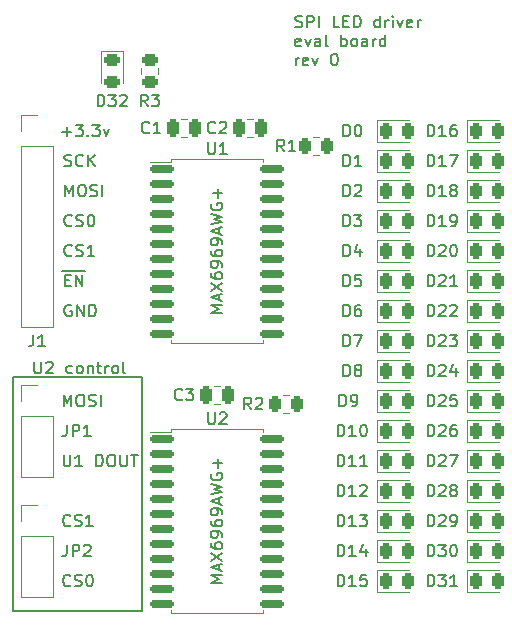
<source format=gto>
G04 #@! TF.GenerationSoftware,KiCad,Pcbnew,6.0.1-79c1e3a40b~116~ubuntu20.04.1*
G04 #@! TF.CreationDate,2022-02-10T07:58:21-05:00*
G04 #@! TF.ProjectId,led_breakout,6c65645f-6272-4656-916b-6f75742e6b69,0*
G04 #@! TF.SameCoordinates,Original*
G04 #@! TF.FileFunction,Legend,Top*
G04 #@! TF.FilePolarity,Positive*
%FSLAX46Y46*%
G04 Gerber Fmt 4.6, Leading zero omitted, Abs format (unit mm)*
G04 Created by KiCad (PCBNEW 6.0.1-79c1e3a40b~116~ubuntu20.04.1) date 2022-02-10 07:58:21*
%MOMM*%
%LPD*%
G01*
G04 APERTURE LIST*
G04 Aperture macros list*
%AMRoundRect*
0 Rectangle with rounded corners*
0 $1 Rounding radius*
0 $2 $3 $4 $5 $6 $7 $8 $9 X,Y pos of 4 corners*
0 Add a 4 corners polygon primitive as box body*
4,1,4,$2,$3,$4,$5,$6,$7,$8,$9,$2,$3,0*
0 Add four circle primitives for the rounded corners*
1,1,$1+$1,$2,$3*
1,1,$1+$1,$4,$5*
1,1,$1+$1,$6,$7*
1,1,$1+$1,$8,$9*
0 Add four rect primitives between the rounded corners*
20,1,$1+$1,$2,$3,$4,$5,0*
20,1,$1+$1,$4,$5,$6,$7,0*
20,1,$1+$1,$6,$7,$8,$9,0*
20,1,$1+$1,$8,$9,$2,$3,0*%
G04 Aperture macros list end*
%ADD10C,0.150000*%
%ADD11C,0.120000*%
%ADD12C,5.600000*%
%ADD13RoundRect,0.250000X0.250000X0.475000X-0.250000X0.475000X-0.250000X-0.475000X0.250000X-0.475000X0*%
%ADD14RoundRect,0.243750X-0.243750X-0.456250X0.243750X-0.456250X0.243750X0.456250X-0.243750X0.456250X0*%
%ADD15RoundRect,0.250000X-0.262500X-0.450000X0.262500X-0.450000X0.262500X0.450000X-0.262500X0.450000X0*%
%ADD16O,1.700000X1.700000*%
%ADD17R,1.700000X1.700000*%
%ADD18RoundRect,0.250000X-0.250000X-0.475000X0.250000X-0.475000X0.250000X0.475000X-0.250000X0.475000X0*%
%ADD19RoundRect,0.150000X-0.875000X-0.150000X0.875000X-0.150000X0.875000X0.150000X-0.875000X0.150000X0*%
%ADD20RoundRect,0.250000X-0.450000X0.262500X-0.450000X-0.262500X0.450000X-0.262500X0.450000X0.262500X0*%
%ADD21RoundRect,0.243750X-0.456250X0.243750X-0.456250X-0.243750X0.456250X-0.243750X0.456250X0.243750X0*%
G04 APERTURE END LIST*
D10*
X118110000Y-61468000D02*
X118110000Y-81280000D01*
X107188000Y-61468000D02*
X118110000Y-61468000D01*
X107188000Y-81280000D02*
X107188000Y-61468000D01*
X118110000Y-81280000D02*
X107188000Y-81280000D01*
X112111404Y-55380000D02*
X112016166Y-55332380D01*
X111873309Y-55332380D01*
X111730452Y-55380000D01*
X111635214Y-55475238D01*
X111587595Y-55570476D01*
X111539976Y-55760952D01*
X111539976Y-55903809D01*
X111587595Y-56094285D01*
X111635214Y-56189523D01*
X111730452Y-56284761D01*
X111873309Y-56332380D01*
X111968547Y-56332380D01*
X112111404Y-56284761D01*
X112159023Y-56237142D01*
X112159023Y-55903809D01*
X111968547Y-55903809D01*
X112587595Y-56332380D02*
X112587595Y-55332380D01*
X113159023Y-56332380D01*
X113159023Y-55332380D01*
X113635214Y-56332380D02*
X113635214Y-55332380D01*
X113873309Y-55332380D01*
X114016166Y-55380000D01*
X114111404Y-55475238D01*
X114159023Y-55570476D01*
X114206642Y-55760952D01*
X114206642Y-55903809D01*
X114159023Y-56094285D01*
X114111404Y-56189523D01*
X114016166Y-56284761D01*
X113873309Y-56332380D01*
X113635214Y-56332380D01*
X111349500Y-52510000D02*
X112254261Y-52510000D01*
X111587595Y-53268571D02*
X111920928Y-53268571D01*
X112063785Y-53792380D02*
X111587595Y-53792380D01*
X111587595Y-52792380D01*
X112063785Y-52792380D01*
X112254261Y-52510000D02*
X113301880Y-52510000D01*
X112492357Y-53792380D02*
X112492357Y-52792380D01*
X113063785Y-53792380D01*
X113063785Y-52792380D01*
X112032023Y-79097142D02*
X111984404Y-79144761D01*
X111841547Y-79192380D01*
X111746309Y-79192380D01*
X111603452Y-79144761D01*
X111508214Y-79049523D01*
X111460595Y-78954285D01*
X111412976Y-78763809D01*
X111412976Y-78620952D01*
X111460595Y-78430476D01*
X111508214Y-78335238D01*
X111603452Y-78240000D01*
X111746309Y-78192380D01*
X111841547Y-78192380D01*
X111984404Y-78240000D01*
X112032023Y-78287619D01*
X112412976Y-79144761D02*
X112555833Y-79192380D01*
X112793928Y-79192380D01*
X112889166Y-79144761D01*
X112936785Y-79097142D01*
X112984404Y-79001904D01*
X112984404Y-78906666D01*
X112936785Y-78811428D01*
X112889166Y-78763809D01*
X112793928Y-78716190D01*
X112603452Y-78668571D01*
X112508214Y-78620952D01*
X112460595Y-78573333D01*
X112412976Y-78478095D01*
X112412976Y-78382857D01*
X112460595Y-78287619D01*
X112508214Y-78240000D01*
X112603452Y-78192380D01*
X112841547Y-78192380D01*
X112984404Y-78240000D01*
X113603452Y-78192380D02*
X113698690Y-78192380D01*
X113793928Y-78240000D01*
X113841547Y-78287619D01*
X113889166Y-78382857D01*
X113936785Y-78573333D01*
X113936785Y-78811428D01*
X113889166Y-79001904D01*
X113841547Y-79097142D01*
X113793928Y-79144761D01*
X113698690Y-79192380D01*
X113603452Y-79192380D01*
X113508214Y-79144761D01*
X113460595Y-79097142D01*
X113412976Y-79001904D01*
X113365357Y-78811428D01*
X113365357Y-78573333D01*
X113412976Y-78382857D01*
X113460595Y-78287619D01*
X113508214Y-78240000D01*
X113603452Y-78192380D01*
X111587595Y-46172380D02*
X111587595Y-45172380D01*
X111920928Y-45886666D01*
X112254261Y-45172380D01*
X112254261Y-46172380D01*
X112920928Y-45172380D02*
X113111404Y-45172380D01*
X113206642Y-45220000D01*
X113301880Y-45315238D01*
X113349500Y-45505714D01*
X113349500Y-45839047D01*
X113301880Y-46029523D01*
X113206642Y-46124761D01*
X113111404Y-46172380D01*
X112920928Y-46172380D01*
X112825690Y-46124761D01*
X112730452Y-46029523D01*
X112682833Y-45839047D01*
X112682833Y-45505714D01*
X112730452Y-45315238D01*
X112825690Y-45220000D01*
X112920928Y-45172380D01*
X113730452Y-46124761D02*
X113873309Y-46172380D01*
X114111404Y-46172380D01*
X114206642Y-46124761D01*
X114254261Y-46077142D01*
X114301880Y-45981904D01*
X114301880Y-45886666D01*
X114254261Y-45791428D01*
X114206642Y-45743809D01*
X114111404Y-45696190D01*
X113920928Y-45648571D01*
X113825690Y-45600952D01*
X113778071Y-45553333D01*
X113730452Y-45458095D01*
X113730452Y-45362857D01*
X113778071Y-45267619D01*
X113825690Y-45220000D01*
X113920928Y-45172380D01*
X114159023Y-45172380D01*
X114301880Y-45220000D01*
X114730452Y-46172380D02*
X114730452Y-45172380D01*
X111539976Y-43584761D02*
X111682833Y-43632380D01*
X111920928Y-43632380D01*
X112016166Y-43584761D01*
X112063785Y-43537142D01*
X112111404Y-43441904D01*
X112111404Y-43346666D01*
X112063785Y-43251428D01*
X112016166Y-43203809D01*
X111920928Y-43156190D01*
X111730452Y-43108571D01*
X111635214Y-43060952D01*
X111587595Y-43013333D01*
X111539976Y-42918095D01*
X111539976Y-42822857D01*
X111587595Y-42727619D01*
X111635214Y-42680000D01*
X111730452Y-42632380D01*
X111968547Y-42632380D01*
X112111404Y-42680000D01*
X113111404Y-43537142D02*
X113063785Y-43584761D01*
X112920928Y-43632380D01*
X112825690Y-43632380D01*
X112682833Y-43584761D01*
X112587595Y-43489523D01*
X112539976Y-43394285D01*
X112492357Y-43203809D01*
X112492357Y-43060952D01*
X112539976Y-42870476D01*
X112587595Y-42775238D01*
X112682833Y-42680000D01*
X112825690Y-42632380D01*
X112920928Y-42632380D01*
X113063785Y-42680000D01*
X113111404Y-42727619D01*
X113539976Y-43632380D02*
X113539976Y-42632380D01*
X114111404Y-43632380D02*
X113682833Y-43060952D01*
X114111404Y-42632380D02*
X113539976Y-43203809D01*
X108990285Y-60158380D02*
X108990285Y-60967904D01*
X109037904Y-61063142D01*
X109085523Y-61110761D01*
X109180761Y-61158380D01*
X109371238Y-61158380D01*
X109466476Y-61110761D01*
X109514095Y-61063142D01*
X109561714Y-60967904D01*
X109561714Y-60158380D01*
X109990285Y-60253619D02*
X110037904Y-60206000D01*
X110133142Y-60158380D01*
X110371238Y-60158380D01*
X110466476Y-60206000D01*
X110514095Y-60253619D01*
X110561714Y-60348857D01*
X110561714Y-60444095D01*
X110514095Y-60586952D01*
X109942666Y-61158380D01*
X110561714Y-61158380D01*
X112180761Y-61110761D02*
X112085523Y-61158380D01*
X111895047Y-61158380D01*
X111799809Y-61110761D01*
X111752190Y-61063142D01*
X111704571Y-60967904D01*
X111704571Y-60682190D01*
X111752190Y-60586952D01*
X111799809Y-60539333D01*
X111895047Y-60491714D01*
X112085523Y-60491714D01*
X112180761Y-60539333D01*
X112752190Y-61158380D02*
X112656952Y-61110761D01*
X112609333Y-61063142D01*
X112561714Y-60967904D01*
X112561714Y-60682190D01*
X112609333Y-60586952D01*
X112656952Y-60539333D01*
X112752190Y-60491714D01*
X112895047Y-60491714D01*
X112990285Y-60539333D01*
X113037904Y-60586952D01*
X113085523Y-60682190D01*
X113085523Y-60967904D01*
X113037904Y-61063142D01*
X112990285Y-61110761D01*
X112895047Y-61158380D01*
X112752190Y-61158380D01*
X113514095Y-60491714D02*
X113514095Y-61158380D01*
X113514095Y-60586952D02*
X113561714Y-60539333D01*
X113656952Y-60491714D01*
X113799809Y-60491714D01*
X113895047Y-60539333D01*
X113942666Y-60634571D01*
X113942666Y-61158380D01*
X114276000Y-60491714D02*
X114656952Y-60491714D01*
X114418857Y-60158380D02*
X114418857Y-61015523D01*
X114466476Y-61110761D01*
X114561714Y-61158380D01*
X114656952Y-61158380D01*
X114990285Y-61158380D02*
X114990285Y-60491714D01*
X114990285Y-60682190D02*
X115037904Y-60586952D01*
X115085523Y-60539333D01*
X115180761Y-60491714D01*
X115276000Y-60491714D01*
X115752190Y-61158380D02*
X115656952Y-61110761D01*
X115609333Y-61063142D01*
X115561714Y-60967904D01*
X115561714Y-60682190D01*
X115609333Y-60586952D01*
X115656952Y-60539333D01*
X115752190Y-60491714D01*
X115895047Y-60491714D01*
X115990285Y-60539333D01*
X116037904Y-60586952D01*
X116085523Y-60682190D01*
X116085523Y-60967904D01*
X116037904Y-61063142D01*
X115990285Y-61110761D01*
X115895047Y-61158380D01*
X115752190Y-61158380D01*
X116656952Y-61158380D02*
X116561714Y-61110761D01*
X116514095Y-61015523D01*
X116514095Y-60158380D01*
X124912380Y-78921904D02*
X123912380Y-78921904D01*
X124626666Y-78588571D01*
X123912380Y-78255238D01*
X124912380Y-78255238D01*
X124626666Y-77826666D02*
X124626666Y-77350476D01*
X124912380Y-77921904D02*
X123912380Y-77588571D01*
X124912380Y-77255238D01*
X123912380Y-77017142D02*
X124912380Y-76350476D01*
X123912380Y-76350476D02*
X124912380Y-77017142D01*
X123912380Y-75540952D02*
X123912380Y-75731428D01*
X123960000Y-75826666D01*
X124007619Y-75874285D01*
X124150476Y-75969523D01*
X124340952Y-76017142D01*
X124721904Y-76017142D01*
X124817142Y-75969523D01*
X124864761Y-75921904D01*
X124912380Y-75826666D01*
X124912380Y-75636190D01*
X124864761Y-75540952D01*
X124817142Y-75493333D01*
X124721904Y-75445714D01*
X124483809Y-75445714D01*
X124388571Y-75493333D01*
X124340952Y-75540952D01*
X124293333Y-75636190D01*
X124293333Y-75826666D01*
X124340952Y-75921904D01*
X124388571Y-75969523D01*
X124483809Y-76017142D01*
X124912380Y-74969523D02*
X124912380Y-74779047D01*
X124864761Y-74683809D01*
X124817142Y-74636190D01*
X124674285Y-74540952D01*
X124483809Y-74493333D01*
X124102857Y-74493333D01*
X124007619Y-74540952D01*
X123960000Y-74588571D01*
X123912380Y-74683809D01*
X123912380Y-74874285D01*
X123960000Y-74969523D01*
X124007619Y-75017142D01*
X124102857Y-75064761D01*
X124340952Y-75064761D01*
X124436190Y-75017142D01*
X124483809Y-74969523D01*
X124531428Y-74874285D01*
X124531428Y-74683809D01*
X124483809Y-74588571D01*
X124436190Y-74540952D01*
X124340952Y-74493333D01*
X123912380Y-73636190D02*
X123912380Y-73826666D01*
X123960000Y-73921904D01*
X124007619Y-73969523D01*
X124150476Y-74064761D01*
X124340952Y-74112380D01*
X124721904Y-74112380D01*
X124817142Y-74064761D01*
X124864761Y-74017142D01*
X124912380Y-73921904D01*
X124912380Y-73731428D01*
X124864761Y-73636190D01*
X124817142Y-73588571D01*
X124721904Y-73540952D01*
X124483809Y-73540952D01*
X124388571Y-73588571D01*
X124340952Y-73636190D01*
X124293333Y-73731428D01*
X124293333Y-73921904D01*
X124340952Y-74017142D01*
X124388571Y-74064761D01*
X124483809Y-74112380D01*
X124912380Y-73064761D02*
X124912380Y-72874285D01*
X124864761Y-72779047D01*
X124817142Y-72731428D01*
X124674285Y-72636190D01*
X124483809Y-72588571D01*
X124102857Y-72588571D01*
X124007619Y-72636190D01*
X123960000Y-72683809D01*
X123912380Y-72779047D01*
X123912380Y-72969523D01*
X123960000Y-73064761D01*
X124007619Y-73112380D01*
X124102857Y-73160000D01*
X124340952Y-73160000D01*
X124436190Y-73112380D01*
X124483809Y-73064761D01*
X124531428Y-72969523D01*
X124531428Y-72779047D01*
X124483809Y-72683809D01*
X124436190Y-72636190D01*
X124340952Y-72588571D01*
X124626666Y-72207619D02*
X124626666Y-71731428D01*
X124912380Y-72302857D02*
X123912380Y-71969523D01*
X124912380Y-71636190D01*
X123912380Y-71398095D02*
X124912380Y-71160000D01*
X124198095Y-70969523D01*
X124912380Y-70779047D01*
X123912380Y-70540952D01*
X123960000Y-69636190D02*
X123912380Y-69731428D01*
X123912380Y-69874285D01*
X123960000Y-70017142D01*
X124055238Y-70112380D01*
X124150476Y-70160000D01*
X124340952Y-70207619D01*
X124483809Y-70207619D01*
X124674285Y-70160000D01*
X124769523Y-70112380D01*
X124864761Y-70017142D01*
X124912380Y-69874285D01*
X124912380Y-69779047D01*
X124864761Y-69636190D01*
X124817142Y-69588571D01*
X124483809Y-69588571D01*
X124483809Y-69779047D01*
X124531428Y-69160000D02*
X124531428Y-68398095D01*
X124912380Y-68779047D02*
X124150476Y-68779047D01*
X131097976Y-31814761D02*
X131240833Y-31862380D01*
X131478928Y-31862380D01*
X131574166Y-31814761D01*
X131621785Y-31767142D01*
X131669404Y-31671904D01*
X131669404Y-31576666D01*
X131621785Y-31481428D01*
X131574166Y-31433809D01*
X131478928Y-31386190D01*
X131288452Y-31338571D01*
X131193214Y-31290952D01*
X131145595Y-31243333D01*
X131097976Y-31148095D01*
X131097976Y-31052857D01*
X131145595Y-30957619D01*
X131193214Y-30910000D01*
X131288452Y-30862380D01*
X131526547Y-30862380D01*
X131669404Y-30910000D01*
X132097976Y-31862380D02*
X132097976Y-30862380D01*
X132478928Y-30862380D01*
X132574166Y-30910000D01*
X132621785Y-30957619D01*
X132669404Y-31052857D01*
X132669404Y-31195714D01*
X132621785Y-31290952D01*
X132574166Y-31338571D01*
X132478928Y-31386190D01*
X132097976Y-31386190D01*
X133097976Y-31862380D02*
X133097976Y-30862380D01*
X134812261Y-31862380D02*
X134336071Y-31862380D01*
X134336071Y-30862380D01*
X135145595Y-31338571D02*
X135478928Y-31338571D01*
X135621785Y-31862380D02*
X135145595Y-31862380D01*
X135145595Y-30862380D01*
X135621785Y-30862380D01*
X136050357Y-31862380D02*
X136050357Y-30862380D01*
X136288452Y-30862380D01*
X136431309Y-30910000D01*
X136526547Y-31005238D01*
X136574166Y-31100476D01*
X136621785Y-31290952D01*
X136621785Y-31433809D01*
X136574166Y-31624285D01*
X136526547Y-31719523D01*
X136431309Y-31814761D01*
X136288452Y-31862380D01*
X136050357Y-31862380D01*
X138240833Y-31862380D02*
X138240833Y-30862380D01*
X138240833Y-31814761D02*
X138145595Y-31862380D01*
X137955119Y-31862380D01*
X137859880Y-31814761D01*
X137812261Y-31767142D01*
X137764642Y-31671904D01*
X137764642Y-31386190D01*
X137812261Y-31290952D01*
X137859880Y-31243333D01*
X137955119Y-31195714D01*
X138145595Y-31195714D01*
X138240833Y-31243333D01*
X138717023Y-31862380D02*
X138717023Y-31195714D01*
X138717023Y-31386190D02*
X138764642Y-31290952D01*
X138812261Y-31243333D01*
X138907500Y-31195714D01*
X139002738Y-31195714D01*
X139336071Y-31862380D02*
X139336071Y-31195714D01*
X139336071Y-30862380D02*
X139288452Y-30910000D01*
X139336071Y-30957619D01*
X139383690Y-30910000D01*
X139336071Y-30862380D01*
X139336071Y-30957619D01*
X139717023Y-31195714D02*
X139955119Y-31862380D01*
X140193214Y-31195714D01*
X140955119Y-31814761D02*
X140859880Y-31862380D01*
X140669404Y-31862380D01*
X140574166Y-31814761D01*
X140526547Y-31719523D01*
X140526547Y-31338571D01*
X140574166Y-31243333D01*
X140669404Y-31195714D01*
X140859880Y-31195714D01*
X140955119Y-31243333D01*
X141002738Y-31338571D01*
X141002738Y-31433809D01*
X140526547Y-31529047D01*
X141431309Y-31862380D02*
X141431309Y-31195714D01*
X141431309Y-31386190D02*
X141478928Y-31290952D01*
X141526547Y-31243333D01*
X141621785Y-31195714D01*
X141717023Y-31195714D01*
X131526547Y-33424761D02*
X131431309Y-33472380D01*
X131240833Y-33472380D01*
X131145595Y-33424761D01*
X131097976Y-33329523D01*
X131097976Y-32948571D01*
X131145595Y-32853333D01*
X131240833Y-32805714D01*
X131431309Y-32805714D01*
X131526547Y-32853333D01*
X131574166Y-32948571D01*
X131574166Y-33043809D01*
X131097976Y-33139047D01*
X131907500Y-32805714D02*
X132145595Y-33472380D01*
X132383690Y-32805714D01*
X133193214Y-33472380D02*
X133193214Y-32948571D01*
X133145595Y-32853333D01*
X133050357Y-32805714D01*
X132859880Y-32805714D01*
X132764642Y-32853333D01*
X133193214Y-33424761D02*
X133097976Y-33472380D01*
X132859880Y-33472380D01*
X132764642Y-33424761D01*
X132717023Y-33329523D01*
X132717023Y-33234285D01*
X132764642Y-33139047D01*
X132859880Y-33091428D01*
X133097976Y-33091428D01*
X133193214Y-33043809D01*
X133812261Y-33472380D02*
X133717023Y-33424761D01*
X133669404Y-33329523D01*
X133669404Y-32472380D01*
X134955119Y-33472380D02*
X134955119Y-32472380D01*
X134955119Y-32853333D02*
X135050357Y-32805714D01*
X135240833Y-32805714D01*
X135336071Y-32853333D01*
X135383690Y-32900952D01*
X135431309Y-32996190D01*
X135431309Y-33281904D01*
X135383690Y-33377142D01*
X135336071Y-33424761D01*
X135240833Y-33472380D01*
X135050357Y-33472380D01*
X134955119Y-33424761D01*
X136002738Y-33472380D02*
X135907500Y-33424761D01*
X135859880Y-33377142D01*
X135812261Y-33281904D01*
X135812261Y-32996190D01*
X135859880Y-32900952D01*
X135907500Y-32853333D01*
X136002738Y-32805714D01*
X136145595Y-32805714D01*
X136240833Y-32853333D01*
X136288452Y-32900952D01*
X136336071Y-32996190D01*
X136336071Y-33281904D01*
X136288452Y-33377142D01*
X136240833Y-33424761D01*
X136145595Y-33472380D01*
X136002738Y-33472380D01*
X137193214Y-33472380D02*
X137193214Y-32948571D01*
X137145595Y-32853333D01*
X137050357Y-32805714D01*
X136859880Y-32805714D01*
X136764642Y-32853333D01*
X137193214Y-33424761D02*
X137097976Y-33472380D01*
X136859880Y-33472380D01*
X136764642Y-33424761D01*
X136717023Y-33329523D01*
X136717023Y-33234285D01*
X136764642Y-33139047D01*
X136859880Y-33091428D01*
X137097976Y-33091428D01*
X137193214Y-33043809D01*
X137669404Y-33472380D02*
X137669404Y-32805714D01*
X137669404Y-32996190D02*
X137717023Y-32900952D01*
X137764642Y-32853333D01*
X137859880Y-32805714D01*
X137955119Y-32805714D01*
X138717023Y-33472380D02*
X138717023Y-32472380D01*
X138717023Y-33424761D02*
X138621785Y-33472380D01*
X138431309Y-33472380D01*
X138336071Y-33424761D01*
X138288452Y-33377142D01*
X138240833Y-33281904D01*
X138240833Y-32996190D01*
X138288452Y-32900952D01*
X138336071Y-32853333D01*
X138431309Y-32805714D01*
X138621785Y-32805714D01*
X138717023Y-32853333D01*
X131145595Y-35082380D02*
X131145595Y-34415714D01*
X131145595Y-34606190D02*
X131193214Y-34510952D01*
X131240833Y-34463333D01*
X131336071Y-34415714D01*
X131431309Y-34415714D01*
X132145595Y-35034761D02*
X132050357Y-35082380D01*
X131859880Y-35082380D01*
X131764642Y-35034761D01*
X131717023Y-34939523D01*
X131717023Y-34558571D01*
X131764642Y-34463333D01*
X131859880Y-34415714D01*
X132050357Y-34415714D01*
X132145595Y-34463333D01*
X132193214Y-34558571D01*
X132193214Y-34653809D01*
X131717023Y-34749047D01*
X132526547Y-34415714D02*
X132764642Y-35082380D01*
X133002738Y-34415714D01*
X134336071Y-34082380D02*
X134431309Y-34082380D01*
X134526547Y-34130000D01*
X134574166Y-34177619D01*
X134621785Y-34272857D01*
X134669404Y-34463333D01*
X134669404Y-34701428D01*
X134621785Y-34891904D01*
X134574166Y-34987142D01*
X134526547Y-35034761D01*
X134431309Y-35082380D01*
X134336071Y-35082380D01*
X134240833Y-35034761D01*
X134193214Y-34987142D01*
X134145595Y-34891904D01*
X134097976Y-34701428D01*
X134097976Y-34463333D01*
X134145595Y-34272857D01*
X134193214Y-34177619D01*
X134240833Y-34130000D01*
X134336071Y-34082380D01*
X111460595Y-68032380D02*
X111460595Y-68841904D01*
X111508214Y-68937142D01*
X111555833Y-68984761D01*
X111651071Y-69032380D01*
X111841547Y-69032380D01*
X111936785Y-68984761D01*
X111984404Y-68937142D01*
X112032023Y-68841904D01*
X112032023Y-68032380D01*
X113032023Y-69032380D02*
X112460595Y-69032380D01*
X112746309Y-69032380D02*
X112746309Y-68032380D01*
X112651071Y-68175238D01*
X112555833Y-68270476D01*
X112460595Y-68318095D01*
X114222500Y-69032380D02*
X114222500Y-68032380D01*
X114460595Y-68032380D01*
X114603452Y-68080000D01*
X114698690Y-68175238D01*
X114746309Y-68270476D01*
X114793928Y-68460952D01*
X114793928Y-68603809D01*
X114746309Y-68794285D01*
X114698690Y-68889523D01*
X114603452Y-68984761D01*
X114460595Y-69032380D01*
X114222500Y-69032380D01*
X115412976Y-68032380D02*
X115603452Y-68032380D01*
X115698690Y-68080000D01*
X115793928Y-68175238D01*
X115841547Y-68365714D01*
X115841547Y-68699047D01*
X115793928Y-68889523D01*
X115698690Y-68984761D01*
X115603452Y-69032380D01*
X115412976Y-69032380D01*
X115317738Y-68984761D01*
X115222500Y-68889523D01*
X115174880Y-68699047D01*
X115174880Y-68365714D01*
X115222500Y-68175238D01*
X115317738Y-68080000D01*
X115412976Y-68032380D01*
X116270119Y-68032380D02*
X116270119Y-68841904D01*
X116317738Y-68937142D01*
X116365357Y-68984761D01*
X116460595Y-69032380D01*
X116651071Y-69032380D01*
X116746309Y-68984761D01*
X116793928Y-68937142D01*
X116841547Y-68841904D01*
X116841547Y-68032380D01*
X117174880Y-68032380D02*
X117746309Y-68032380D01*
X117460595Y-69032380D02*
X117460595Y-68032380D01*
X112159023Y-51157142D02*
X112111404Y-51204761D01*
X111968547Y-51252380D01*
X111873309Y-51252380D01*
X111730452Y-51204761D01*
X111635214Y-51109523D01*
X111587595Y-51014285D01*
X111539976Y-50823809D01*
X111539976Y-50680952D01*
X111587595Y-50490476D01*
X111635214Y-50395238D01*
X111730452Y-50300000D01*
X111873309Y-50252380D01*
X111968547Y-50252380D01*
X112111404Y-50300000D01*
X112159023Y-50347619D01*
X112539976Y-51204761D02*
X112682833Y-51252380D01*
X112920928Y-51252380D01*
X113016166Y-51204761D01*
X113063785Y-51157142D01*
X113111404Y-51061904D01*
X113111404Y-50966666D01*
X113063785Y-50871428D01*
X113016166Y-50823809D01*
X112920928Y-50776190D01*
X112730452Y-50728571D01*
X112635214Y-50680952D01*
X112587595Y-50633333D01*
X112539976Y-50538095D01*
X112539976Y-50442857D01*
X112587595Y-50347619D01*
X112635214Y-50300000D01*
X112730452Y-50252380D01*
X112968547Y-50252380D01*
X113111404Y-50300000D01*
X114063785Y-51252380D02*
X113492357Y-51252380D01*
X113778071Y-51252380D02*
X113778071Y-50252380D01*
X113682833Y-50395238D01*
X113587595Y-50490476D01*
X113492357Y-50538095D01*
X112032023Y-74017142D02*
X111984404Y-74064761D01*
X111841547Y-74112380D01*
X111746309Y-74112380D01*
X111603452Y-74064761D01*
X111508214Y-73969523D01*
X111460595Y-73874285D01*
X111412976Y-73683809D01*
X111412976Y-73540952D01*
X111460595Y-73350476D01*
X111508214Y-73255238D01*
X111603452Y-73160000D01*
X111746309Y-73112380D01*
X111841547Y-73112380D01*
X111984404Y-73160000D01*
X112032023Y-73207619D01*
X112412976Y-74064761D02*
X112555833Y-74112380D01*
X112793928Y-74112380D01*
X112889166Y-74064761D01*
X112936785Y-74017142D01*
X112984404Y-73921904D01*
X112984404Y-73826666D01*
X112936785Y-73731428D01*
X112889166Y-73683809D01*
X112793928Y-73636190D01*
X112603452Y-73588571D01*
X112508214Y-73540952D01*
X112460595Y-73493333D01*
X112412976Y-73398095D01*
X112412976Y-73302857D01*
X112460595Y-73207619D01*
X112508214Y-73160000D01*
X112603452Y-73112380D01*
X112841547Y-73112380D01*
X112984404Y-73160000D01*
X113936785Y-74112380D02*
X113365357Y-74112380D01*
X113651071Y-74112380D02*
X113651071Y-73112380D01*
X113555833Y-73255238D01*
X113460595Y-73350476D01*
X113365357Y-73398095D01*
X112159023Y-48617142D02*
X112111404Y-48664761D01*
X111968547Y-48712380D01*
X111873309Y-48712380D01*
X111730452Y-48664761D01*
X111635214Y-48569523D01*
X111587595Y-48474285D01*
X111539976Y-48283809D01*
X111539976Y-48140952D01*
X111587595Y-47950476D01*
X111635214Y-47855238D01*
X111730452Y-47760000D01*
X111873309Y-47712380D01*
X111968547Y-47712380D01*
X112111404Y-47760000D01*
X112159023Y-47807619D01*
X112539976Y-48664761D02*
X112682833Y-48712380D01*
X112920928Y-48712380D01*
X113016166Y-48664761D01*
X113063785Y-48617142D01*
X113111404Y-48521904D01*
X113111404Y-48426666D01*
X113063785Y-48331428D01*
X113016166Y-48283809D01*
X112920928Y-48236190D01*
X112730452Y-48188571D01*
X112635214Y-48140952D01*
X112587595Y-48093333D01*
X112539976Y-47998095D01*
X112539976Y-47902857D01*
X112587595Y-47807619D01*
X112635214Y-47760000D01*
X112730452Y-47712380D01*
X112968547Y-47712380D01*
X113111404Y-47760000D01*
X113730452Y-47712380D02*
X113825690Y-47712380D01*
X113920928Y-47760000D01*
X113968547Y-47807619D01*
X114016166Y-47902857D01*
X114063785Y-48093333D01*
X114063785Y-48331428D01*
X114016166Y-48521904D01*
X113968547Y-48617142D01*
X113920928Y-48664761D01*
X113825690Y-48712380D01*
X113730452Y-48712380D01*
X113635214Y-48664761D01*
X113587595Y-48617142D01*
X113539976Y-48521904D01*
X113492357Y-48331428D01*
X113492357Y-48093333D01*
X113539976Y-47902857D01*
X113587595Y-47807619D01*
X113635214Y-47760000D01*
X113730452Y-47712380D01*
X111460595Y-63952380D02*
X111460595Y-62952380D01*
X111793928Y-63666666D01*
X112127261Y-62952380D01*
X112127261Y-63952380D01*
X112793928Y-62952380D02*
X112984404Y-62952380D01*
X113079642Y-63000000D01*
X113174880Y-63095238D01*
X113222500Y-63285714D01*
X113222500Y-63619047D01*
X113174880Y-63809523D01*
X113079642Y-63904761D01*
X112984404Y-63952380D01*
X112793928Y-63952380D01*
X112698690Y-63904761D01*
X112603452Y-63809523D01*
X112555833Y-63619047D01*
X112555833Y-63285714D01*
X112603452Y-63095238D01*
X112698690Y-63000000D01*
X112793928Y-62952380D01*
X113603452Y-63904761D02*
X113746309Y-63952380D01*
X113984404Y-63952380D01*
X114079642Y-63904761D01*
X114127261Y-63857142D01*
X114174880Y-63761904D01*
X114174880Y-63666666D01*
X114127261Y-63571428D01*
X114079642Y-63523809D01*
X113984404Y-63476190D01*
X113793928Y-63428571D01*
X113698690Y-63380952D01*
X113651071Y-63333333D01*
X113603452Y-63238095D01*
X113603452Y-63142857D01*
X113651071Y-63047619D01*
X113698690Y-63000000D01*
X113793928Y-62952380D01*
X114032023Y-62952380D01*
X114174880Y-63000000D01*
X114603452Y-63952380D02*
X114603452Y-62952380D01*
X111333595Y-40711428D02*
X112095500Y-40711428D01*
X111714547Y-41092380D02*
X111714547Y-40330476D01*
X112476452Y-40092380D02*
X113095500Y-40092380D01*
X112762166Y-40473333D01*
X112905023Y-40473333D01*
X113000261Y-40520952D01*
X113047880Y-40568571D01*
X113095500Y-40663809D01*
X113095500Y-40901904D01*
X113047880Y-40997142D01*
X113000261Y-41044761D01*
X112905023Y-41092380D01*
X112619309Y-41092380D01*
X112524071Y-41044761D01*
X112476452Y-40997142D01*
X113524071Y-40997142D02*
X113571690Y-41044761D01*
X113524071Y-41092380D01*
X113476452Y-41044761D01*
X113524071Y-40997142D01*
X113524071Y-41092380D01*
X113905023Y-40092380D02*
X114524071Y-40092380D01*
X114190738Y-40473333D01*
X114333595Y-40473333D01*
X114428833Y-40520952D01*
X114476452Y-40568571D01*
X114524071Y-40663809D01*
X114524071Y-40901904D01*
X114476452Y-40997142D01*
X114428833Y-41044761D01*
X114333595Y-41092380D01*
X114047880Y-41092380D01*
X113952642Y-41044761D01*
X113905023Y-40997142D01*
X114857404Y-40425714D02*
X115095500Y-41092380D01*
X115333595Y-40425714D01*
X124912380Y-56061904D02*
X123912380Y-56061904D01*
X124626666Y-55728571D01*
X123912380Y-55395238D01*
X124912380Y-55395238D01*
X124626666Y-54966666D02*
X124626666Y-54490476D01*
X124912380Y-55061904D02*
X123912380Y-54728571D01*
X124912380Y-54395238D01*
X123912380Y-54157142D02*
X124912380Y-53490476D01*
X123912380Y-53490476D02*
X124912380Y-54157142D01*
X123912380Y-52680952D02*
X123912380Y-52871428D01*
X123960000Y-52966666D01*
X124007619Y-53014285D01*
X124150476Y-53109523D01*
X124340952Y-53157142D01*
X124721904Y-53157142D01*
X124817142Y-53109523D01*
X124864761Y-53061904D01*
X124912380Y-52966666D01*
X124912380Y-52776190D01*
X124864761Y-52680952D01*
X124817142Y-52633333D01*
X124721904Y-52585714D01*
X124483809Y-52585714D01*
X124388571Y-52633333D01*
X124340952Y-52680952D01*
X124293333Y-52776190D01*
X124293333Y-52966666D01*
X124340952Y-53061904D01*
X124388571Y-53109523D01*
X124483809Y-53157142D01*
X124912380Y-52109523D02*
X124912380Y-51919047D01*
X124864761Y-51823809D01*
X124817142Y-51776190D01*
X124674285Y-51680952D01*
X124483809Y-51633333D01*
X124102857Y-51633333D01*
X124007619Y-51680952D01*
X123960000Y-51728571D01*
X123912380Y-51823809D01*
X123912380Y-52014285D01*
X123960000Y-52109523D01*
X124007619Y-52157142D01*
X124102857Y-52204761D01*
X124340952Y-52204761D01*
X124436190Y-52157142D01*
X124483809Y-52109523D01*
X124531428Y-52014285D01*
X124531428Y-51823809D01*
X124483809Y-51728571D01*
X124436190Y-51680952D01*
X124340952Y-51633333D01*
X123912380Y-50776190D02*
X123912380Y-50966666D01*
X123960000Y-51061904D01*
X124007619Y-51109523D01*
X124150476Y-51204761D01*
X124340952Y-51252380D01*
X124721904Y-51252380D01*
X124817142Y-51204761D01*
X124864761Y-51157142D01*
X124912380Y-51061904D01*
X124912380Y-50871428D01*
X124864761Y-50776190D01*
X124817142Y-50728571D01*
X124721904Y-50680952D01*
X124483809Y-50680952D01*
X124388571Y-50728571D01*
X124340952Y-50776190D01*
X124293333Y-50871428D01*
X124293333Y-51061904D01*
X124340952Y-51157142D01*
X124388571Y-51204761D01*
X124483809Y-51252380D01*
X124912380Y-50204761D02*
X124912380Y-50014285D01*
X124864761Y-49919047D01*
X124817142Y-49871428D01*
X124674285Y-49776190D01*
X124483809Y-49728571D01*
X124102857Y-49728571D01*
X124007619Y-49776190D01*
X123960000Y-49823809D01*
X123912380Y-49919047D01*
X123912380Y-50109523D01*
X123960000Y-50204761D01*
X124007619Y-50252380D01*
X124102857Y-50300000D01*
X124340952Y-50300000D01*
X124436190Y-50252380D01*
X124483809Y-50204761D01*
X124531428Y-50109523D01*
X124531428Y-49919047D01*
X124483809Y-49823809D01*
X124436190Y-49776190D01*
X124340952Y-49728571D01*
X124626666Y-49347619D02*
X124626666Y-48871428D01*
X124912380Y-49442857D02*
X123912380Y-49109523D01*
X124912380Y-48776190D01*
X123912380Y-48538095D02*
X124912380Y-48300000D01*
X124198095Y-48109523D01*
X124912380Y-47919047D01*
X123912380Y-47680952D01*
X123960000Y-46776190D02*
X123912380Y-46871428D01*
X123912380Y-47014285D01*
X123960000Y-47157142D01*
X124055238Y-47252380D01*
X124150476Y-47300000D01*
X124340952Y-47347619D01*
X124483809Y-47347619D01*
X124674285Y-47300000D01*
X124769523Y-47252380D01*
X124864761Y-47157142D01*
X124912380Y-47014285D01*
X124912380Y-46919047D01*
X124864761Y-46776190D01*
X124817142Y-46728571D01*
X124483809Y-46728571D01*
X124483809Y-46919047D01*
X124531428Y-46300000D02*
X124531428Y-45538095D01*
X124912380Y-45919047D02*
X124150476Y-45919047D01*
X124293333Y-40743142D02*
X124245714Y-40790761D01*
X124102857Y-40838380D01*
X124007619Y-40838380D01*
X123864761Y-40790761D01*
X123769523Y-40695523D01*
X123721904Y-40600285D01*
X123674285Y-40409809D01*
X123674285Y-40266952D01*
X123721904Y-40076476D01*
X123769523Y-39981238D01*
X123864761Y-39886000D01*
X124007619Y-39838380D01*
X124102857Y-39838380D01*
X124245714Y-39886000D01*
X124293333Y-39933619D01*
X124674285Y-39933619D02*
X124721904Y-39886000D01*
X124817142Y-39838380D01*
X125055238Y-39838380D01*
X125150476Y-39886000D01*
X125198095Y-39933619D01*
X125245714Y-40028857D01*
X125245714Y-40124095D01*
X125198095Y-40266952D01*
X124626666Y-40838380D01*
X125245714Y-40838380D01*
X135151904Y-56332380D02*
X135151904Y-55332380D01*
X135390000Y-55332380D01*
X135532857Y-55380000D01*
X135628095Y-55475238D01*
X135675714Y-55570476D01*
X135723333Y-55760952D01*
X135723333Y-55903809D01*
X135675714Y-56094285D01*
X135628095Y-56189523D01*
X135532857Y-56284761D01*
X135390000Y-56332380D01*
X135151904Y-56332380D01*
X136580476Y-55332380D02*
X136390000Y-55332380D01*
X136294761Y-55380000D01*
X136247142Y-55427619D01*
X136151904Y-55570476D01*
X136104285Y-55760952D01*
X136104285Y-56141904D01*
X136151904Y-56237142D01*
X136199523Y-56284761D01*
X136294761Y-56332380D01*
X136485238Y-56332380D01*
X136580476Y-56284761D01*
X136628095Y-56237142D01*
X136675714Y-56141904D01*
X136675714Y-55903809D01*
X136628095Y-55808571D01*
X136580476Y-55760952D01*
X136485238Y-55713333D01*
X136294761Y-55713333D01*
X136199523Y-55760952D01*
X136151904Y-55808571D01*
X136104285Y-55903809D01*
X135151904Y-46172380D02*
X135151904Y-45172380D01*
X135390000Y-45172380D01*
X135532857Y-45220000D01*
X135628095Y-45315238D01*
X135675714Y-45410476D01*
X135723333Y-45600952D01*
X135723333Y-45743809D01*
X135675714Y-45934285D01*
X135628095Y-46029523D01*
X135532857Y-46124761D01*
X135390000Y-46172380D01*
X135151904Y-46172380D01*
X136104285Y-45267619D02*
X136151904Y-45220000D01*
X136247142Y-45172380D01*
X136485238Y-45172380D01*
X136580476Y-45220000D01*
X136628095Y-45267619D01*
X136675714Y-45362857D01*
X136675714Y-45458095D01*
X136628095Y-45600952D01*
X136056666Y-46172380D01*
X136675714Y-46172380D01*
X134819404Y-63952380D02*
X134819404Y-62952380D01*
X135057500Y-62952380D01*
X135200357Y-63000000D01*
X135295595Y-63095238D01*
X135343214Y-63190476D01*
X135390833Y-63380952D01*
X135390833Y-63523809D01*
X135343214Y-63714285D01*
X135295595Y-63809523D01*
X135200357Y-63904761D01*
X135057500Y-63952380D01*
X134819404Y-63952380D01*
X135867023Y-63952380D02*
X136057500Y-63952380D01*
X136152738Y-63904761D01*
X136200357Y-63857142D01*
X136295595Y-63714285D01*
X136343214Y-63523809D01*
X136343214Y-63142857D01*
X136295595Y-63047619D01*
X136247976Y-63000000D01*
X136152738Y-62952380D01*
X135962261Y-62952380D01*
X135867023Y-63000000D01*
X135819404Y-63047619D01*
X135771785Y-63142857D01*
X135771785Y-63380952D01*
X135819404Y-63476190D01*
X135867023Y-63523809D01*
X135962261Y-63571428D01*
X136152738Y-63571428D01*
X136247976Y-63523809D01*
X136295595Y-63476190D01*
X136343214Y-63380952D01*
X142295714Y-69032380D02*
X142295714Y-68032380D01*
X142533809Y-68032380D01*
X142676666Y-68080000D01*
X142771904Y-68175238D01*
X142819523Y-68270476D01*
X142867142Y-68460952D01*
X142867142Y-68603809D01*
X142819523Y-68794285D01*
X142771904Y-68889523D01*
X142676666Y-68984761D01*
X142533809Y-69032380D01*
X142295714Y-69032380D01*
X143248095Y-68127619D02*
X143295714Y-68080000D01*
X143390952Y-68032380D01*
X143629047Y-68032380D01*
X143724285Y-68080000D01*
X143771904Y-68127619D01*
X143819523Y-68222857D01*
X143819523Y-68318095D01*
X143771904Y-68460952D01*
X143200476Y-69032380D01*
X143819523Y-69032380D01*
X144152857Y-68032380D02*
X144819523Y-68032380D01*
X144390952Y-69032380D01*
X142295714Y-46172380D02*
X142295714Y-45172380D01*
X142533809Y-45172380D01*
X142676666Y-45220000D01*
X142771904Y-45315238D01*
X142819523Y-45410476D01*
X142867142Y-45600952D01*
X142867142Y-45743809D01*
X142819523Y-45934285D01*
X142771904Y-46029523D01*
X142676666Y-46124761D01*
X142533809Y-46172380D01*
X142295714Y-46172380D01*
X143819523Y-46172380D02*
X143248095Y-46172380D01*
X143533809Y-46172380D02*
X143533809Y-45172380D01*
X143438571Y-45315238D01*
X143343333Y-45410476D01*
X143248095Y-45458095D01*
X144390952Y-45600952D02*
X144295714Y-45553333D01*
X144248095Y-45505714D01*
X144200476Y-45410476D01*
X144200476Y-45362857D01*
X144248095Y-45267619D01*
X144295714Y-45220000D01*
X144390952Y-45172380D01*
X144581428Y-45172380D01*
X144676666Y-45220000D01*
X144724285Y-45267619D01*
X144771904Y-45362857D01*
X144771904Y-45410476D01*
X144724285Y-45505714D01*
X144676666Y-45553333D01*
X144581428Y-45600952D01*
X144390952Y-45600952D01*
X144295714Y-45648571D01*
X144248095Y-45696190D01*
X144200476Y-45791428D01*
X144200476Y-45981904D01*
X144248095Y-46077142D01*
X144295714Y-46124761D01*
X144390952Y-46172380D01*
X144581428Y-46172380D01*
X144676666Y-46124761D01*
X144724285Y-46077142D01*
X144771904Y-45981904D01*
X144771904Y-45791428D01*
X144724285Y-45696190D01*
X144676666Y-45648571D01*
X144581428Y-45600952D01*
X130135333Y-42362380D02*
X129802000Y-41886190D01*
X129563904Y-42362380D02*
X129563904Y-41362380D01*
X129944857Y-41362380D01*
X130040095Y-41410000D01*
X130087714Y-41457619D01*
X130135333Y-41552857D01*
X130135333Y-41695714D01*
X130087714Y-41790952D01*
X130040095Y-41838571D01*
X129944857Y-41886190D01*
X129563904Y-41886190D01*
X131087714Y-42362380D02*
X130516285Y-42362380D01*
X130802000Y-42362380D02*
X130802000Y-41362380D01*
X130706761Y-41505238D01*
X130611523Y-41600476D01*
X130516285Y-41648095D01*
X135151904Y-61412380D02*
X135151904Y-60412380D01*
X135390000Y-60412380D01*
X135532857Y-60460000D01*
X135628095Y-60555238D01*
X135675714Y-60650476D01*
X135723333Y-60840952D01*
X135723333Y-60983809D01*
X135675714Y-61174285D01*
X135628095Y-61269523D01*
X135532857Y-61364761D01*
X135390000Y-61412380D01*
X135151904Y-61412380D01*
X136294761Y-60840952D02*
X136199523Y-60793333D01*
X136151904Y-60745714D01*
X136104285Y-60650476D01*
X136104285Y-60602857D01*
X136151904Y-60507619D01*
X136199523Y-60460000D01*
X136294761Y-60412380D01*
X136485238Y-60412380D01*
X136580476Y-60460000D01*
X136628095Y-60507619D01*
X136675714Y-60602857D01*
X136675714Y-60650476D01*
X136628095Y-60745714D01*
X136580476Y-60793333D01*
X136485238Y-60840952D01*
X136294761Y-60840952D01*
X136199523Y-60888571D01*
X136151904Y-60936190D01*
X136104285Y-61031428D01*
X136104285Y-61221904D01*
X136151904Y-61317142D01*
X136199523Y-61364761D01*
X136294761Y-61412380D01*
X136485238Y-61412380D01*
X136580476Y-61364761D01*
X136628095Y-61317142D01*
X136675714Y-61221904D01*
X136675714Y-61031428D01*
X136628095Y-60936190D01*
X136580476Y-60888571D01*
X136485238Y-60840952D01*
X135151904Y-43632380D02*
X135151904Y-42632380D01*
X135390000Y-42632380D01*
X135532857Y-42680000D01*
X135628095Y-42775238D01*
X135675714Y-42870476D01*
X135723333Y-43060952D01*
X135723333Y-43203809D01*
X135675714Y-43394285D01*
X135628095Y-43489523D01*
X135532857Y-43584761D01*
X135390000Y-43632380D01*
X135151904Y-43632380D01*
X136675714Y-43632380D02*
X136104285Y-43632380D01*
X136390000Y-43632380D02*
X136390000Y-42632380D01*
X136294761Y-42775238D01*
X136199523Y-42870476D01*
X136104285Y-42918095D01*
X142295714Y-71572380D02*
X142295714Y-70572380D01*
X142533809Y-70572380D01*
X142676666Y-70620000D01*
X142771904Y-70715238D01*
X142819523Y-70810476D01*
X142867142Y-71000952D01*
X142867142Y-71143809D01*
X142819523Y-71334285D01*
X142771904Y-71429523D01*
X142676666Y-71524761D01*
X142533809Y-71572380D01*
X142295714Y-71572380D01*
X143248095Y-70667619D02*
X143295714Y-70620000D01*
X143390952Y-70572380D01*
X143629047Y-70572380D01*
X143724285Y-70620000D01*
X143771904Y-70667619D01*
X143819523Y-70762857D01*
X143819523Y-70858095D01*
X143771904Y-71000952D01*
X143200476Y-71572380D01*
X143819523Y-71572380D01*
X144390952Y-71000952D02*
X144295714Y-70953333D01*
X144248095Y-70905714D01*
X144200476Y-70810476D01*
X144200476Y-70762857D01*
X144248095Y-70667619D01*
X144295714Y-70620000D01*
X144390952Y-70572380D01*
X144581428Y-70572380D01*
X144676666Y-70620000D01*
X144724285Y-70667619D01*
X144771904Y-70762857D01*
X144771904Y-70810476D01*
X144724285Y-70905714D01*
X144676666Y-70953333D01*
X144581428Y-71000952D01*
X144390952Y-71000952D01*
X144295714Y-71048571D01*
X144248095Y-71096190D01*
X144200476Y-71191428D01*
X144200476Y-71381904D01*
X144248095Y-71477142D01*
X144295714Y-71524761D01*
X144390952Y-71572380D01*
X144581428Y-71572380D01*
X144676666Y-71524761D01*
X144724285Y-71477142D01*
X144771904Y-71381904D01*
X144771904Y-71191428D01*
X144724285Y-71096190D01*
X144676666Y-71048571D01*
X144581428Y-71000952D01*
X135151904Y-48712380D02*
X135151904Y-47712380D01*
X135390000Y-47712380D01*
X135532857Y-47760000D01*
X135628095Y-47855238D01*
X135675714Y-47950476D01*
X135723333Y-48140952D01*
X135723333Y-48283809D01*
X135675714Y-48474285D01*
X135628095Y-48569523D01*
X135532857Y-48664761D01*
X135390000Y-48712380D01*
X135151904Y-48712380D01*
X136056666Y-47712380D02*
X136675714Y-47712380D01*
X136342380Y-48093333D01*
X136485238Y-48093333D01*
X136580476Y-48140952D01*
X136628095Y-48188571D01*
X136675714Y-48283809D01*
X136675714Y-48521904D01*
X136628095Y-48617142D01*
X136580476Y-48664761D01*
X136485238Y-48712380D01*
X136199523Y-48712380D01*
X136104285Y-48664761D01*
X136056666Y-48617142D01*
X142295714Y-63952380D02*
X142295714Y-62952380D01*
X142533809Y-62952380D01*
X142676666Y-63000000D01*
X142771904Y-63095238D01*
X142819523Y-63190476D01*
X142867142Y-63380952D01*
X142867142Y-63523809D01*
X142819523Y-63714285D01*
X142771904Y-63809523D01*
X142676666Y-63904761D01*
X142533809Y-63952380D01*
X142295714Y-63952380D01*
X143248095Y-63047619D02*
X143295714Y-63000000D01*
X143390952Y-62952380D01*
X143629047Y-62952380D01*
X143724285Y-63000000D01*
X143771904Y-63047619D01*
X143819523Y-63142857D01*
X143819523Y-63238095D01*
X143771904Y-63380952D01*
X143200476Y-63952380D01*
X143819523Y-63952380D01*
X144724285Y-62952380D02*
X144248095Y-62952380D01*
X144200476Y-63428571D01*
X144248095Y-63380952D01*
X144343333Y-63333333D01*
X144581428Y-63333333D01*
X144676666Y-63380952D01*
X144724285Y-63428571D01*
X144771904Y-63523809D01*
X144771904Y-63761904D01*
X144724285Y-63857142D01*
X144676666Y-63904761D01*
X144581428Y-63952380D01*
X144343333Y-63952380D01*
X144248095Y-63904761D01*
X144200476Y-63857142D01*
X142295714Y-58872380D02*
X142295714Y-57872380D01*
X142533809Y-57872380D01*
X142676666Y-57920000D01*
X142771904Y-58015238D01*
X142819523Y-58110476D01*
X142867142Y-58300952D01*
X142867142Y-58443809D01*
X142819523Y-58634285D01*
X142771904Y-58729523D01*
X142676666Y-58824761D01*
X142533809Y-58872380D01*
X142295714Y-58872380D01*
X143248095Y-57967619D02*
X143295714Y-57920000D01*
X143390952Y-57872380D01*
X143629047Y-57872380D01*
X143724285Y-57920000D01*
X143771904Y-57967619D01*
X143819523Y-58062857D01*
X143819523Y-58158095D01*
X143771904Y-58300952D01*
X143200476Y-58872380D01*
X143819523Y-58872380D01*
X144152857Y-57872380D02*
X144771904Y-57872380D01*
X144438571Y-58253333D01*
X144581428Y-58253333D01*
X144676666Y-58300952D01*
X144724285Y-58348571D01*
X144771904Y-58443809D01*
X144771904Y-58681904D01*
X144724285Y-58777142D01*
X144676666Y-58824761D01*
X144581428Y-58872380D01*
X144295714Y-58872380D01*
X144200476Y-58824761D01*
X144152857Y-58777142D01*
X142295714Y-61407380D02*
X142295714Y-60407380D01*
X142533809Y-60407380D01*
X142676666Y-60455000D01*
X142771904Y-60550238D01*
X142819523Y-60645476D01*
X142867142Y-60835952D01*
X142867142Y-60978809D01*
X142819523Y-61169285D01*
X142771904Y-61264523D01*
X142676666Y-61359761D01*
X142533809Y-61407380D01*
X142295714Y-61407380D01*
X143248095Y-60502619D02*
X143295714Y-60455000D01*
X143390952Y-60407380D01*
X143629047Y-60407380D01*
X143724285Y-60455000D01*
X143771904Y-60502619D01*
X143819523Y-60597857D01*
X143819523Y-60693095D01*
X143771904Y-60835952D01*
X143200476Y-61407380D01*
X143819523Y-61407380D01*
X144676666Y-60740714D02*
X144676666Y-61407380D01*
X144438571Y-60359761D02*
X144200476Y-61074047D01*
X144819523Y-61074047D01*
X142295714Y-76652380D02*
X142295714Y-75652380D01*
X142533809Y-75652380D01*
X142676666Y-75700000D01*
X142771904Y-75795238D01*
X142819523Y-75890476D01*
X142867142Y-76080952D01*
X142867142Y-76223809D01*
X142819523Y-76414285D01*
X142771904Y-76509523D01*
X142676666Y-76604761D01*
X142533809Y-76652380D01*
X142295714Y-76652380D01*
X143200476Y-75652380D02*
X143819523Y-75652380D01*
X143486190Y-76033333D01*
X143629047Y-76033333D01*
X143724285Y-76080952D01*
X143771904Y-76128571D01*
X143819523Y-76223809D01*
X143819523Y-76461904D01*
X143771904Y-76557142D01*
X143724285Y-76604761D01*
X143629047Y-76652380D01*
X143343333Y-76652380D01*
X143248095Y-76604761D01*
X143200476Y-76557142D01*
X144438571Y-75652380D02*
X144533809Y-75652380D01*
X144629047Y-75700000D01*
X144676666Y-75747619D01*
X144724285Y-75842857D01*
X144771904Y-76033333D01*
X144771904Y-76271428D01*
X144724285Y-76461904D01*
X144676666Y-76557142D01*
X144629047Y-76604761D01*
X144533809Y-76652380D01*
X144438571Y-76652380D01*
X144343333Y-76604761D01*
X144295714Y-76557142D01*
X144248095Y-76461904D01*
X144200476Y-76271428D01*
X144200476Y-76033333D01*
X144248095Y-75842857D01*
X144295714Y-75747619D01*
X144343333Y-75700000D01*
X144438571Y-75652380D01*
X134675714Y-74112380D02*
X134675714Y-73112380D01*
X134913809Y-73112380D01*
X135056666Y-73160000D01*
X135151904Y-73255238D01*
X135199523Y-73350476D01*
X135247142Y-73540952D01*
X135247142Y-73683809D01*
X135199523Y-73874285D01*
X135151904Y-73969523D01*
X135056666Y-74064761D01*
X134913809Y-74112380D01*
X134675714Y-74112380D01*
X136199523Y-74112380D02*
X135628095Y-74112380D01*
X135913809Y-74112380D02*
X135913809Y-73112380D01*
X135818571Y-73255238D01*
X135723333Y-73350476D01*
X135628095Y-73398095D01*
X136532857Y-73112380D02*
X137151904Y-73112380D01*
X136818571Y-73493333D01*
X136961428Y-73493333D01*
X137056666Y-73540952D01*
X137104285Y-73588571D01*
X137151904Y-73683809D01*
X137151904Y-73921904D01*
X137104285Y-74017142D01*
X137056666Y-74064761D01*
X136961428Y-74112380D01*
X136675714Y-74112380D01*
X136580476Y-74064761D01*
X136532857Y-74017142D01*
X142295714Y-43632380D02*
X142295714Y-42632380D01*
X142533809Y-42632380D01*
X142676666Y-42680000D01*
X142771904Y-42775238D01*
X142819523Y-42870476D01*
X142867142Y-43060952D01*
X142867142Y-43203809D01*
X142819523Y-43394285D01*
X142771904Y-43489523D01*
X142676666Y-43584761D01*
X142533809Y-43632380D01*
X142295714Y-43632380D01*
X143819523Y-43632380D02*
X143248095Y-43632380D01*
X143533809Y-43632380D02*
X143533809Y-42632380D01*
X143438571Y-42775238D01*
X143343333Y-42870476D01*
X143248095Y-42918095D01*
X144152857Y-42632380D02*
X144819523Y-42632380D01*
X144390952Y-43632380D01*
X108886666Y-57872380D02*
X108886666Y-58586666D01*
X108839047Y-58729523D01*
X108743809Y-58824761D01*
X108600952Y-58872380D01*
X108505714Y-58872380D01*
X109886666Y-58872380D02*
X109315238Y-58872380D01*
X109600952Y-58872380D02*
X109600952Y-57872380D01*
X109505714Y-58015238D01*
X109410476Y-58110476D01*
X109315238Y-58158095D01*
X142295714Y-41092380D02*
X142295714Y-40092380D01*
X142533809Y-40092380D01*
X142676666Y-40140000D01*
X142771904Y-40235238D01*
X142819523Y-40330476D01*
X142867142Y-40520952D01*
X142867142Y-40663809D01*
X142819523Y-40854285D01*
X142771904Y-40949523D01*
X142676666Y-41044761D01*
X142533809Y-41092380D01*
X142295714Y-41092380D01*
X143819523Y-41092380D02*
X143248095Y-41092380D01*
X143533809Y-41092380D02*
X143533809Y-40092380D01*
X143438571Y-40235238D01*
X143343333Y-40330476D01*
X143248095Y-40378095D01*
X144676666Y-40092380D02*
X144486190Y-40092380D01*
X144390952Y-40140000D01*
X144343333Y-40187619D01*
X144248095Y-40330476D01*
X144200476Y-40520952D01*
X144200476Y-40901904D01*
X144248095Y-40997142D01*
X144295714Y-41044761D01*
X144390952Y-41092380D01*
X144581428Y-41092380D01*
X144676666Y-41044761D01*
X144724285Y-40997142D01*
X144771904Y-40901904D01*
X144771904Y-40663809D01*
X144724285Y-40568571D01*
X144676666Y-40520952D01*
X144581428Y-40473333D01*
X144390952Y-40473333D01*
X144295714Y-40520952D01*
X144248095Y-40568571D01*
X144200476Y-40663809D01*
X111746309Y-65492380D02*
X111746309Y-66206666D01*
X111698690Y-66349523D01*
X111603452Y-66444761D01*
X111460595Y-66492380D01*
X111365357Y-66492380D01*
X112222500Y-66492380D02*
X112222500Y-65492380D01*
X112603452Y-65492380D01*
X112698690Y-65540000D01*
X112746309Y-65587619D01*
X112793928Y-65682857D01*
X112793928Y-65825714D01*
X112746309Y-65920952D01*
X112698690Y-65968571D01*
X112603452Y-66016190D01*
X112222500Y-66016190D01*
X113746309Y-66492380D02*
X113174880Y-66492380D01*
X113460595Y-66492380D02*
X113460595Y-65492380D01*
X113365357Y-65635238D01*
X113270119Y-65730476D01*
X113174880Y-65778095D01*
X121499333Y-63349142D02*
X121451714Y-63396761D01*
X121308857Y-63444380D01*
X121213619Y-63444380D01*
X121070761Y-63396761D01*
X120975523Y-63301523D01*
X120927904Y-63206285D01*
X120880285Y-63015809D01*
X120880285Y-62872952D01*
X120927904Y-62682476D01*
X120975523Y-62587238D01*
X121070761Y-62492000D01*
X121213619Y-62444380D01*
X121308857Y-62444380D01*
X121451714Y-62492000D01*
X121499333Y-62539619D01*
X121832666Y-62444380D02*
X122451714Y-62444380D01*
X122118380Y-62825333D01*
X122261238Y-62825333D01*
X122356476Y-62872952D01*
X122404095Y-62920571D01*
X122451714Y-63015809D01*
X122451714Y-63253904D01*
X122404095Y-63349142D01*
X122356476Y-63396761D01*
X122261238Y-63444380D01*
X121975523Y-63444380D01*
X121880285Y-63396761D01*
X121832666Y-63349142D01*
X118705333Y-40743142D02*
X118657714Y-40790761D01*
X118514857Y-40838380D01*
X118419619Y-40838380D01*
X118276761Y-40790761D01*
X118181523Y-40695523D01*
X118133904Y-40600285D01*
X118086285Y-40409809D01*
X118086285Y-40266952D01*
X118133904Y-40076476D01*
X118181523Y-39981238D01*
X118276761Y-39886000D01*
X118419619Y-39838380D01*
X118514857Y-39838380D01*
X118657714Y-39886000D01*
X118705333Y-39933619D01*
X119657714Y-40838380D02*
X119086285Y-40838380D01*
X119372000Y-40838380D02*
X119372000Y-39838380D01*
X119276761Y-39981238D01*
X119181523Y-40076476D01*
X119086285Y-40124095D01*
X123698095Y-41602380D02*
X123698095Y-42411904D01*
X123745714Y-42507142D01*
X123793333Y-42554761D01*
X123888571Y-42602380D01*
X124079047Y-42602380D01*
X124174285Y-42554761D01*
X124221904Y-42507142D01*
X124269523Y-42411904D01*
X124269523Y-41602380D01*
X125269523Y-42602380D02*
X124698095Y-42602380D01*
X124983809Y-42602380D02*
X124983809Y-41602380D01*
X124888571Y-41745238D01*
X124793333Y-41840476D01*
X124698095Y-41888095D01*
X123698095Y-64462380D02*
X123698095Y-65271904D01*
X123745714Y-65367142D01*
X123793333Y-65414761D01*
X123888571Y-65462380D01*
X124079047Y-65462380D01*
X124174285Y-65414761D01*
X124221904Y-65367142D01*
X124269523Y-65271904D01*
X124269523Y-64462380D01*
X124698095Y-64557619D02*
X124745714Y-64510000D01*
X124840952Y-64462380D01*
X125079047Y-64462380D01*
X125174285Y-64510000D01*
X125221904Y-64557619D01*
X125269523Y-64652857D01*
X125269523Y-64748095D01*
X125221904Y-64890952D01*
X124650476Y-65462380D01*
X125269523Y-65462380D01*
X135151904Y-41092380D02*
X135151904Y-40092380D01*
X135390000Y-40092380D01*
X135532857Y-40140000D01*
X135628095Y-40235238D01*
X135675714Y-40330476D01*
X135723333Y-40520952D01*
X135723333Y-40663809D01*
X135675714Y-40854285D01*
X135628095Y-40949523D01*
X135532857Y-41044761D01*
X135390000Y-41092380D01*
X135151904Y-41092380D01*
X136342380Y-40092380D02*
X136437619Y-40092380D01*
X136532857Y-40140000D01*
X136580476Y-40187619D01*
X136628095Y-40282857D01*
X136675714Y-40473333D01*
X136675714Y-40711428D01*
X136628095Y-40901904D01*
X136580476Y-40997142D01*
X136532857Y-41044761D01*
X136437619Y-41092380D01*
X136342380Y-41092380D01*
X136247142Y-41044761D01*
X136199523Y-40997142D01*
X136151904Y-40901904D01*
X136104285Y-40711428D01*
X136104285Y-40473333D01*
X136151904Y-40282857D01*
X136199523Y-40187619D01*
X136247142Y-40140000D01*
X136342380Y-40092380D01*
X118578333Y-38552380D02*
X118245000Y-38076190D01*
X118006904Y-38552380D02*
X118006904Y-37552380D01*
X118387857Y-37552380D01*
X118483095Y-37600000D01*
X118530714Y-37647619D01*
X118578333Y-37742857D01*
X118578333Y-37885714D01*
X118530714Y-37980952D01*
X118483095Y-38028571D01*
X118387857Y-38076190D01*
X118006904Y-38076190D01*
X118911666Y-37552380D02*
X119530714Y-37552380D01*
X119197380Y-37933333D01*
X119340238Y-37933333D01*
X119435476Y-37980952D01*
X119483095Y-38028571D01*
X119530714Y-38123809D01*
X119530714Y-38361904D01*
X119483095Y-38457142D01*
X119435476Y-38504761D01*
X119340238Y-38552380D01*
X119054523Y-38552380D01*
X118959285Y-38504761D01*
X118911666Y-38457142D01*
X134675714Y-79192380D02*
X134675714Y-78192380D01*
X134913809Y-78192380D01*
X135056666Y-78240000D01*
X135151904Y-78335238D01*
X135199523Y-78430476D01*
X135247142Y-78620952D01*
X135247142Y-78763809D01*
X135199523Y-78954285D01*
X135151904Y-79049523D01*
X135056666Y-79144761D01*
X134913809Y-79192380D01*
X134675714Y-79192380D01*
X136199523Y-79192380D02*
X135628095Y-79192380D01*
X135913809Y-79192380D02*
X135913809Y-78192380D01*
X135818571Y-78335238D01*
X135723333Y-78430476D01*
X135628095Y-78478095D01*
X137104285Y-78192380D02*
X136628095Y-78192380D01*
X136580476Y-78668571D01*
X136628095Y-78620952D01*
X136723333Y-78573333D01*
X136961428Y-78573333D01*
X137056666Y-78620952D01*
X137104285Y-78668571D01*
X137151904Y-78763809D01*
X137151904Y-79001904D01*
X137104285Y-79097142D01*
X137056666Y-79144761D01*
X136961428Y-79192380D01*
X136723333Y-79192380D01*
X136628095Y-79144761D01*
X136580476Y-79097142D01*
X135151904Y-53792380D02*
X135151904Y-52792380D01*
X135390000Y-52792380D01*
X135532857Y-52840000D01*
X135628095Y-52935238D01*
X135675714Y-53030476D01*
X135723333Y-53220952D01*
X135723333Y-53363809D01*
X135675714Y-53554285D01*
X135628095Y-53649523D01*
X135532857Y-53744761D01*
X135390000Y-53792380D01*
X135151904Y-53792380D01*
X136628095Y-52792380D02*
X136151904Y-52792380D01*
X136104285Y-53268571D01*
X136151904Y-53220952D01*
X136247142Y-53173333D01*
X136485238Y-53173333D01*
X136580476Y-53220952D01*
X136628095Y-53268571D01*
X136675714Y-53363809D01*
X136675714Y-53601904D01*
X136628095Y-53697142D01*
X136580476Y-53744761D01*
X136485238Y-53792380D01*
X136247142Y-53792380D01*
X136151904Y-53744761D01*
X136104285Y-53697142D01*
X142295714Y-66492380D02*
X142295714Y-65492380D01*
X142533809Y-65492380D01*
X142676666Y-65540000D01*
X142771904Y-65635238D01*
X142819523Y-65730476D01*
X142867142Y-65920952D01*
X142867142Y-66063809D01*
X142819523Y-66254285D01*
X142771904Y-66349523D01*
X142676666Y-66444761D01*
X142533809Y-66492380D01*
X142295714Y-66492380D01*
X143248095Y-65587619D02*
X143295714Y-65540000D01*
X143390952Y-65492380D01*
X143629047Y-65492380D01*
X143724285Y-65540000D01*
X143771904Y-65587619D01*
X143819523Y-65682857D01*
X143819523Y-65778095D01*
X143771904Y-65920952D01*
X143200476Y-66492380D01*
X143819523Y-66492380D01*
X144676666Y-65492380D02*
X144486190Y-65492380D01*
X144390952Y-65540000D01*
X144343333Y-65587619D01*
X144248095Y-65730476D01*
X144200476Y-65920952D01*
X144200476Y-66301904D01*
X144248095Y-66397142D01*
X144295714Y-66444761D01*
X144390952Y-66492380D01*
X144581428Y-66492380D01*
X144676666Y-66444761D01*
X144724285Y-66397142D01*
X144771904Y-66301904D01*
X144771904Y-66063809D01*
X144724285Y-65968571D01*
X144676666Y-65920952D01*
X144581428Y-65873333D01*
X144390952Y-65873333D01*
X144295714Y-65920952D01*
X144248095Y-65968571D01*
X144200476Y-66063809D01*
X134675714Y-71572380D02*
X134675714Y-70572380D01*
X134913809Y-70572380D01*
X135056666Y-70620000D01*
X135151904Y-70715238D01*
X135199523Y-70810476D01*
X135247142Y-71000952D01*
X135247142Y-71143809D01*
X135199523Y-71334285D01*
X135151904Y-71429523D01*
X135056666Y-71524761D01*
X134913809Y-71572380D01*
X134675714Y-71572380D01*
X136199523Y-71572380D02*
X135628095Y-71572380D01*
X135913809Y-71572380D02*
X135913809Y-70572380D01*
X135818571Y-70715238D01*
X135723333Y-70810476D01*
X135628095Y-70858095D01*
X136580476Y-70667619D02*
X136628095Y-70620000D01*
X136723333Y-70572380D01*
X136961428Y-70572380D01*
X137056666Y-70620000D01*
X137104285Y-70667619D01*
X137151904Y-70762857D01*
X137151904Y-70858095D01*
X137104285Y-71000952D01*
X136532857Y-71572380D01*
X137151904Y-71572380D01*
X135151904Y-51252380D02*
X135151904Y-50252380D01*
X135390000Y-50252380D01*
X135532857Y-50300000D01*
X135628095Y-50395238D01*
X135675714Y-50490476D01*
X135723333Y-50680952D01*
X135723333Y-50823809D01*
X135675714Y-51014285D01*
X135628095Y-51109523D01*
X135532857Y-51204761D01*
X135390000Y-51252380D01*
X135151904Y-51252380D01*
X136580476Y-50585714D02*
X136580476Y-51252380D01*
X136342380Y-50204761D02*
X136104285Y-50919047D01*
X136723333Y-50919047D01*
X134675714Y-69032380D02*
X134675714Y-68032380D01*
X134913809Y-68032380D01*
X135056666Y-68080000D01*
X135151904Y-68175238D01*
X135199523Y-68270476D01*
X135247142Y-68460952D01*
X135247142Y-68603809D01*
X135199523Y-68794285D01*
X135151904Y-68889523D01*
X135056666Y-68984761D01*
X134913809Y-69032380D01*
X134675714Y-69032380D01*
X136199523Y-69032380D02*
X135628095Y-69032380D01*
X135913809Y-69032380D02*
X135913809Y-68032380D01*
X135818571Y-68175238D01*
X135723333Y-68270476D01*
X135628095Y-68318095D01*
X137151904Y-69032380D02*
X136580476Y-69032380D01*
X136866190Y-69032380D02*
X136866190Y-68032380D01*
X136770952Y-68175238D01*
X136675714Y-68270476D01*
X136580476Y-68318095D01*
X142295714Y-56332380D02*
X142295714Y-55332380D01*
X142533809Y-55332380D01*
X142676666Y-55380000D01*
X142771904Y-55475238D01*
X142819523Y-55570476D01*
X142867142Y-55760952D01*
X142867142Y-55903809D01*
X142819523Y-56094285D01*
X142771904Y-56189523D01*
X142676666Y-56284761D01*
X142533809Y-56332380D01*
X142295714Y-56332380D01*
X143248095Y-55427619D02*
X143295714Y-55380000D01*
X143390952Y-55332380D01*
X143629047Y-55332380D01*
X143724285Y-55380000D01*
X143771904Y-55427619D01*
X143819523Y-55522857D01*
X143819523Y-55618095D01*
X143771904Y-55760952D01*
X143200476Y-56332380D01*
X143819523Y-56332380D01*
X144200476Y-55427619D02*
X144248095Y-55380000D01*
X144343333Y-55332380D01*
X144581428Y-55332380D01*
X144676666Y-55380000D01*
X144724285Y-55427619D01*
X144771904Y-55522857D01*
X144771904Y-55618095D01*
X144724285Y-55760952D01*
X144152857Y-56332380D01*
X144771904Y-56332380D01*
X134675714Y-76652380D02*
X134675714Y-75652380D01*
X134913809Y-75652380D01*
X135056666Y-75700000D01*
X135151904Y-75795238D01*
X135199523Y-75890476D01*
X135247142Y-76080952D01*
X135247142Y-76223809D01*
X135199523Y-76414285D01*
X135151904Y-76509523D01*
X135056666Y-76604761D01*
X134913809Y-76652380D01*
X134675714Y-76652380D01*
X136199523Y-76652380D02*
X135628095Y-76652380D01*
X135913809Y-76652380D02*
X135913809Y-75652380D01*
X135818571Y-75795238D01*
X135723333Y-75890476D01*
X135628095Y-75938095D01*
X137056666Y-75985714D02*
X137056666Y-76652380D01*
X136818571Y-75604761D02*
X136580476Y-76319047D01*
X137199523Y-76319047D01*
X142295714Y-48712380D02*
X142295714Y-47712380D01*
X142533809Y-47712380D01*
X142676666Y-47760000D01*
X142771904Y-47855238D01*
X142819523Y-47950476D01*
X142867142Y-48140952D01*
X142867142Y-48283809D01*
X142819523Y-48474285D01*
X142771904Y-48569523D01*
X142676666Y-48664761D01*
X142533809Y-48712380D01*
X142295714Y-48712380D01*
X143819523Y-48712380D02*
X143248095Y-48712380D01*
X143533809Y-48712380D02*
X143533809Y-47712380D01*
X143438571Y-47855238D01*
X143343333Y-47950476D01*
X143248095Y-47998095D01*
X144295714Y-48712380D02*
X144486190Y-48712380D01*
X144581428Y-48664761D01*
X144629047Y-48617142D01*
X144724285Y-48474285D01*
X144771904Y-48283809D01*
X144771904Y-47902857D01*
X144724285Y-47807619D01*
X144676666Y-47760000D01*
X144581428Y-47712380D01*
X144390952Y-47712380D01*
X144295714Y-47760000D01*
X144248095Y-47807619D01*
X144200476Y-47902857D01*
X144200476Y-48140952D01*
X144248095Y-48236190D01*
X144295714Y-48283809D01*
X144390952Y-48331428D01*
X144581428Y-48331428D01*
X144676666Y-48283809D01*
X144724285Y-48236190D01*
X144771904Y-48140952D01*
X114355714Y-38552380D02*
X114355714Y-37552380D01*
X114593809Y-37552380D01*
X114736666Y-37600000D01*
X114831904Y-37695238D01*
X114879523Y-37790476D01*
X114927142Y-37980952D01*
X114927142Y-38123809D01*
X114879523Y-38314285D01*
X114831904Y-38409523D01*
X114736666Y-38504761D01*
X114593809Y-38552380D01*
X114355714Y-38552380D01*
X115260476Y-37552380D02*
X115879523Y-37552380D01*
X115546190Y-37933333D01*
X115689047Y-37933333D01*
X115784285Y-37980952D01*
X115831904Y-38028571D01*
X115879523Y-38123809D01*
X115879523Y-38361904D01*
X115831904Y-38457142D01*
X115784285Y-38504761D01*
X115689047Y-38552380D01*
X115403333Y-38552380D01*
X115308095Y-38504761D01*
X115260476Y-38457142D01*
X116260476Y-37647619D02*
X116308095Y-37600000D01*
X116403333Y-37552380D01*
X116641428Y-37552380D01*
X116736666Y-37600000D01*
X116784285Y-37647619D01*
X116831904Y-37742857D01*
X116831904Y-37838095D01*
X116784285Y-37980952D01*
X116212857Y-38552380D01*
X116831904Y-38552380D01*
X127341333Y-64206380D02*
X127008000Y-63730190D01*
X126769904Y-64206380D02*
X126769904Y-63206380D01*
X127150857Y-63206380D01*
X127246095Y-63254000D01*
X127293714Y-63301619D01*
X127341333Y-63396857D01*
X127341333Y-63539714D01*
X127293714Y-63634952D01*
X127246095Y-63682571D01*
X127150857Y-63730190D01*
X126769904Y-63730190D01*
X127722285Y-63301619D02*
X127769904Y-63254000D01*
X127865142Y-63206380D01*
X128103238Y-63206380D01*
X128198476Y-63254000D01*
X128246095Y-63301619D01*
X128293714Y-63396857D01*
X128293714Y-63492095D01*
X128246095Y-63634952D01*
X127674666Y-64206380D01*
X128293714Y-64206380D01*
X142295714Y-53792380D02*
X142295714Y-52792380D01*
X142533809Y-52792380D01*
X142676666Y-52840000D01*
X142771904Y-52935238D01*
X142819523Y-53030476D01*
X142867142Y-53220952D01*
X142867142Y-53363809D01*
X142819523Y-53554285D01*
X142771904Y-53649523D01*
X142676666Y-53744761D01*
X142533809Y-53792380D01*
X142295714Y-53792380D01*
X143248095Y-52887619D02*
X143295714Y-52840000D01*
X143390952Y-52792380D01*
X143629047Y-52792380D01*
X143724285Y-52840000D01*
X143771904Y-52887619D01*
X143819523Y-52982857D01*
X143819523Y-53078095D01*
X143771904Y-53220952D01*
X143200476Y-53792380D01*
X143819523Y-53792380D01*
X144771904Y-53792380D02*
X144200476Y-53792380D01*
X144486190Y-53792380D02*
X144486190Y-52792380D01*
X144390952Y-52935238D01*
X144295714Y-53030476D01*
X144200476Y-53078095D01*
X111746309Y-75652380D02*
X111746309Y-76366666D01*
X111698690Y-76509523D01*
X111603452Y-76604761D01*
X111460595Y-76652380D01*
X111365357Y-76652380D01*
X112222500Y-76652380D02*
X112222500Y-75652380D01*
X112603452Y-75652380D01*
X112698690Y-75700000D01*
X112746309Y-75747619D01*
X112793928Y-75842857D01*
X112793928Y-75985714D01*
X112746309Y-76080952D01*
X112698690Y-76128571D01*
X112603452Y-76176190D01*
X112222500Y-76176190D01*
X113174880Y-75747619D02*
X113222500Y-75700000D01*
X113317738Y-75652380D01*
X113555833Y-75652380D01*
X113651071Y-75700000D01*
X113698690Y-75747619D01*
X113746309Y-75842857D01*
X113746309Y-75938095D01*
X113698690Y-76080952D01*
X113127261Y-76652380D01*
X113746309Y-76652380D01*
X142295714Y-51252380D02*
X142295714Y-50252380D01*
X142533809Y-50252380D01*
X142676666Y-50300000D01*
X142771904Y-50395238D01*
X142819523Y-50490476D01*
X142867142Y-50680952D01*
X142867142Y-50823809D01*
X142819523Y-51014285D01*
X142771904Y-51109523D01*
X142676666Y-51204761D01*
X142533809Y-51252380D01*
X142295714Y-51252380D01*
X143248095Y-50347619D02*
X143295714Y-50300000D01*
X143390952Y-50252380D01*
X143629047Y-50252380D01*
X143724285Y-50300000D01*
X143771904Y-50347619D01*
X143819523Y-50442857D01*
X143819523Y-50538095D01*
X143771904Y-50680952D01*
X143200476Y-51252380D01*
X143819523Y-51252380D01*
X144438571Y-50252380D02*
X144533809Y-50252380D01*
X144629047Y-50300000D01*
X144676666Y-50347619D01*
X144724285Y-50442857D01*
X144771904Y-50633333D01*
X144771904Y-50871428D01*
X144724285Y-51061904D01*
X144676666Y-51157142D01*
X144629047Y-51204761D01*
X144533809Y-51252380D01*
X144438571Y-51252380D01*
X144343333Y-51204761D01*
X144295714Y-51157142D01*
X144248095Y-51061904D01*
X144200476Y-50871428D01*
X144200476Y-50633333D01*
X144248095Y-50442857D01*
X144295714Y-50347619D01*
X144343333Y-50300000D01*
X144438571Y-50252380D01*
X142295714Y-74112380D02*
X142295714Y-73112380D01*
X142533809Y-73112380D01*
X142676666Y-73160000D01*
X142771904Y-73255238D01*
X142819523Y-73350476D01*
X142867142Y-73540952D01*
X142867142Y-73683809D01*
X142819523Y-73874285D01*
X142771904Y-73969523D01*
X142676666Y-74064761D01*
X142533809Y-74112380D01*
X142295714Y-74112380D01*
X143248095Y-73207619D02*
X143295714Y-73160000D01*
X143390952Y-73112380D01*
X143629047Y-73112380D01*
X143724285Y-73160000D01*
X143771904Y-73207619D01*
X143819523Y-73302857D01*
X143819523Y-73398095D01*
X143771904Y-73540952D01*
X143200476Y-74112380D01*
X143819523Y-74112380D01*
X144295714Y-74112380D02*
X144486190Y-74112380D01*
X144581428Y-74064761D01*
X144629047Y-74017142D01*
X144724285Y-73874285D01*
X144771904Y-73683809D01*
X144771904Y-73302857D01*
X144724285Y-73207619D01*
X144676666Y-73160000D01*
X144581428Y-73112380D01*
X144390952Y-73112380D01*
X144295714Y-73160000D01*
X144248095Y-73207619D01*
X144200476Y-73302857D01*
X144200476Y-73540952D01*
X144248095Y-73636190D01*
X144295714Y-73683809D01*
X144390952Y-73731428D01*
X144581428Y-73731428D01*
X144676666Y-73683809D01*
X144724285Y-73636190D01*
X144771904Y-73540952D01*
X134675714Y-66492380D02*
X134675714Y-65492380D01*
X134913809Y-65492380D01*
X135056666Y-65540000D01*
X135151904Y-65635238D01*
X135199523Y-65730476D01*
X135247142Y-65920952D01*
X135247142Y-66063809D01*
X135199523Y-66254285D01*
X135151904Y-66349523D01*
X135056666Y-66444761D01*
X134913809Y-66492380D01*
X134675714Y-66492380D01*
X136199523Y-66492380D02*
X135628095Y-66492380D01*
X135913809Y-66492380D02*
X135913809Y-65492380D01*
X135818571Y-65635238D01*
X135723333Y-65730476D01*
X135628095Y-65778095D01*
X136818571Y-65492380D02*
X136913809Y-65492380D01*
X137009047Y-65540000D01*
X137056666Y-65587619D01*
X137104285Y-65682857D01*
X137151904Y-65873333D01*
X137151904Y-66111428D01*
X137104285Y-66301904D01*
X137056666Y-66397142D01*
X137009047Y-66444761D01*
X136913809Y-66492380D01*
X136818571Y-66492380D01*
X136723333Y-66444761D01*
X136675714Y-66397142D01*
X136628095Y-66301904D01*
X136580476Y-66111428D01*
X136580476Y-65873333D01*
X136628095Y-65682857D01*
X136675714Y-65587619D01*
X136723333Y-65540000D01*
X136818571Y-65492380D01*
X142295714Y-79192380D02*
X142295714Y-78192380D01*
X142533809Y-78192380D01*
X142676666Y-78240000D01*
X142771904Y-78335238D01*
X142819523Y-78430476D01*
X142867142Y-78620952D01*
X142867142Y-78763809D01*
X142819523Y-78954285D01*
X142771904Y-79049523D01*
X142676666Y-79144761D01*
X142533809Y-79192380D01*
X142295714Y-79192380D01*
X143200476Y-78192380D02*
X143819523Y-78192380D01*
X143486190Y-78573333D01*
X143629047Y-78573333D01*
X143724285Y-78620952D01*
X143771904Y-78668571D01*
X143819523Y-78763809D01*
X143819523Y-79001904D01*
X143771904Y-79097142D01*
X143724285Y-79144761D01*
X143629047Y-79192380D01*
X143343333Y-79192380D01*
X143248095Y-79144761D01*
X143200476Y-79097142D01*
X144771904Y-79192380D02*
X144200476Y-79192380D01*
X144486190Y-79192380D02*
X144486190Y-78192380D01*
X144390952Y-78335238D01*
X144295714Y-78430476D01*
X144200476Y-78478095D01*
X135151904Y-58872380D02*
X135151904Y-57872380D01*
X135390000Y-57872380D01*
X135532857Y-57920000D01*
X135628095Y-58015238D01*
X135675714Y-58110476D01*
X135723333Y-58300952D01*
X135723333Y-58443809D01*
X135675714Y-58634285D01*
X135628095Y-58729523D01*
X135532857Y-58824761D01*
X135390000Y-58872380D01*
X135151904Y-58872380D01*
X136056666Y-57872380D02*
X136723333Y-57872380D01*
X136294761Y-58872380D01*
D11*
X127515252Y-41121000D02*
X126992748Y-41121000D01*
X127515252Y-39651000D02*
X126992748Y-39651000D01*
X138015000Y-56840000D02*
X140700000Y-56840000D01*
X138015000Y-54920000D02*
X138015000Y-56840000D01*
X140700000Y-54920000D02*
X138015000Y-54920000D01*
X138015000Y-44760000D02*
X138015000Y-46680000D01*
X140700000Y-44760000D02*
X138015000Y-44760000D01*
X138015000Y-46680000D02*
X140700000Y-46680000D01*
X138015000Y-64460000D02*
X140700000Y-64460000D01*
X138015000Y-62540000D02*
X138015000Y-64460000D01*
X140700000Y-62540000D02*
X138015000Y-62540000D01*
X148320000Y-67620000D02*
X145635000Y-67620000D01*
X145635000Y-69540000D02*
X148320000Y-69540000D01*
X145635000Y-67620000D02*
X145635000Y-69540000D01*
X145635000Y-44760000D02*
X145635000Y-46680000D01*
X145635000Y-46680000D02*
X148320000Y-46680000D01*
X148320000Y-44760000D02*
X145635000Y-44760000D01*
X132614936Y-41175000D02*
X133069064Y-41175000D01*
X132614936Y-42645000D02*
X133069064Y-42645000D01*
X138015000Y-61920000D02*
X140700000Y-61920000D01*
X138015000Y-60000000D02*
X138015000Y-61920000D01*
X140700000Y-60000000D02*
X138015000Y-60000000D01*
X140700000Y-42220000D02*
X138015000Y-42220000D01*
X138015000Y-42220000D02*
X138015000Y-44140000D01*
X138015000Y-44140000D02*
X140700000Y-44140000D01*
X145635000Y-70160000D02*
X145635000Y-72080000D01*
X148320000Y-70160000D02*
X145635000Y-70160000D01*
X145635000Y-72080000D02*
X148320000Y-72080000D01*
X140700000Y-47300000D02*
X138015000Y-47300000D01*
X138015000Y-49220000D02*
X140700000Y-49220000D01*
X138015000Y-47300000D02*
X138015000Y-49220000D01*
X148320000Y-62540000D02*
X145635000Y-62540000D01*
X145635000Y-64460000D02*
X148320000Y-64460000D01*
X145635000Y-62540000D02*
X145635000Y-64460000D01*
X148320000Y-57460000D02*
X145635000Y-57460000D01*
X145635000Y-59380000D02*
X148320000Y-59380000D01*
X145635000Y-57460000D02*
X145635000Y-59380000D01*
X145635000Y-59995000D02*
X145635000Y-61915000D01*
X145635000Y-61915000D02*
X148320000Y-61915000D01*
X148320000Y-59995000D02*
X145635000Y-59995000D01*
X145635000Y-75240000D02*
X145635000Y-77160000D01*
X145635000Y-77160000D02*
X148320000Y-77160000D01*
X148320000Y-75240000D02*
X145635000Y-75240000D01*
X138015000Y-72700000D02*
X138015000Y-74620000D01*
X138015000Y-74620000D02*
X140700000Y-74620000D01*
X140700000Y-72700000D02*
X138015000Y-72700000D01*
X148320000Y-42220000D02*
X145635000Y-42220000D01*
X145635000Y-42220000D02*
X145635000Y-44140000D01*
X145635000Y-44140000D02*
X148320000Y-44140000D01*
X110550000Y-41910000D02*
X110550000Y-57210000D01*
X107890000Y-57210000D02*
X110550000Y-57210000D01*
X107890000Y-41910000D02*
X110550000Y-41910000D01*
X107890000Y-41910000D02*
X107890000Y-57210000D01*
X107890000Y-39310000D02*
X109220000Y-39310000D01*
X107890000Y-40640000D02*
X107890000Y-39310000D01*
X148320000Y-39680000D02*
X145635000Y-39680000D01*
X145635000Y-39680000D02*
X145635000Y-41600000D01*
X145635000Y-41600000D02*
X148320000Y-41600000D01*
X107890000Y-62170000D02*
X109220000Y-62170000D01*
X107890000Y-64770000D02*
X110550000Y-64770000D01*
X110550000Y-64770000D02*
X110550000Y-69910000D01*
X107890000Y-69910000D02*
X110550000Y-69910000D01*
X107890000Y-64770000D02*
X107890000Y-69910000D01*
X107890000Y-63500000D02*
X107890000Y-62170000D01*
X124721252Y-62257000D02*
X124198748Y-62257000D01*
X124721252Y-63727000D02*
X124198748Y-63727000D01*
X121404748Y-39651000D02*
X121927252Y-39651000D01*
X121404748Y-41121000D02*
X121927252Y-41121000D01*
X124460000Y-58610000D02*
X128320000Y-58610000D01*
X120600000Y-42990000D02*
X120600000Y-43255000D01*
X124460000Y-42990000D02*
X128320000Y-42990000D01*
X124460000Y-42990000D02*
X120600000Y-42990000D01*
X128320000Y-58610000D02*
X128320000Y-58345000D01*
X128320000Y-42990000D02*
X128320000Y-43255000D01*
X124460000Y-58610000D02*
X120600000Y-58610000D01*
X120600000Y-43255000D02*
X118785000Y-43255000D01*
X120600000Y-58610000D02*
X120600000Y-58345000D01*
X120600000Y-81470000D02*
X120600000Y-81205000D01*
X124460000Y-65850000D02*
X128320000Y-65850000D01*
X124460000Y-65850000D02*
X120600000Y-65850000D01*
X128320000Y-81470000D02*
X128320000Y-81205000D01*
X128320000Y-65850000D02*
X128320000Y-66115000D01*
X124460000Y-81470000D02*
X120600000Y-81470000D01*
X120600000Y-66115000D02*
X118785000Y-66115000D01*
X120600000Y-65850000D02*
X120600000Y-66115000D01*
X124460000Y-81470000D02*
X128320000Y-81470000D01*
X138015000Y-41600000D02*
X140700000Y-41600000D01*
X140700000Y-39680000D02*
X138015000Y-39680000D01*
X138015000Y-39680000D02*
X138015000Y-41600000D01*
X119480000Y-35332936D02*
X119480000Y-35787064D01*
X118010000Y-35332936D02*
X118010000Y-35787064D01*
X138015000Y-79700000D02*
X140700000Y-79700000D01*
X138015000Y-77780000D02*
X138015000Y-79700000D01*
X140700000Y-77780000D02*
X138015000Y-77780000D01*
X140700000Y-52380000D02*
X138015000Y-52380000D01*
X138015000Y-54300000D02*
X140700000Y-54300000D01*
X138015000Y-52380000D02*
X138015000Y-54300000D01*
X148320000Y-65080000D02*
X145635000Y-65080000D01*
X145635000Y-67000000D02*
X148320000Y-67000000D01*
X145635000Y-65080000D02*
X145635000Y-67000000D01*
X138015000Y-70160000D02*
X138015000Y-72080000D01*
X138015000Y-72080000D02*
X140700000Y-72080000D01*
X140700000Y-70160000D02*
X138015000Y-70160000D01*
X140700000Y-49840000D02*
X138015000Y-49840000D01*
X138015000Y-49840000D02*
X138015000Y-51760000D01*
X138015000Y-51760000D02*
X140700000Y-51760000D01*
X138015000Y-69540000D02*
X140700000Y-69540000D01*
X140700000Y-67620000D02*
X138015000Y-67620000D01*
X138015000Y-67620000D02*
X138015000Y-69540000D01*
X145635000Y-54920000D02*
X145635000Y-56840000D01*
X145635000Y-56840000D02*
X148320000Y-56840000D01*
X148320000Y-54920000D02*
X145635000Y-54920000D01*
X140700000Y-75240000D02*
X138015000Y-75240000D01*
X138015000Y-75240000D02*
X138015000Y-77160000D01*
X138015000Y-77160000D02*
X140700000Y-77160000D01*
X145635000Y-49220000D02*
X148320000Y-49220000D01*
X148320000Y-47300000D02*
X145635000Y-47300000D01*
X145635000Y-47300000D02*
X145635000Y-49220000D01*
X116530000Y-33875000D02*
X114610000Y-33875000D01*
X114610000Y-33875000D02*
X114610000Y-36560000D01*
X116530000Y-36560000D02*
X116530000Y-33875000D01*
X130074936Y-63019000D02*
X130529064Y-63019000D01*
X130074936Y-64489000D02*
X130529064Y-64489000D01*
X148320000Y-52380000D02*
X145635000Y-52380000D01*
X145635000Y-52380000D02*
X145635000Y-54300000D01*
X145635000Y-54300000D02*
X148320000Y-54300000D01*
X110550000Y-74930000D02*
X110550000Y-80070000D01*
X107890000Y-74930000D02*
X110550000Y-74930000D01*
X107890000Y-74930000D02*
X107890000Y-80070000D01*
X107890000Y-80070000D02*
X110550000Y-80070000D01*
X107890000Y-73660000D02*
X107890000Y-72330000D01*
X107890000Y-72330000D02*
X109220000Y-72330000D01*
X148320000Y-49840000D02*
X145635000Y-49840000D01*
X145635000Y-49840000D02*
X145635000Y-51760000D01*
X145635000Y-51760000D02*
X148320000Y-51760000D01*
X145635000Y-72700000D02*
X145635000Y-74620000D01*
X145635000Y-74620000D02*
X148320000Y-74620000D01*
X148320000Y-72700000D02*
X145635000Y-72700000D01*
X140700000Y-65080000D02*
X138015000Y-65080000D01*
X138015000Y-67000000D02*
X140700000Y-67000000D01*
X138015000Y-65080000D02*
X138015000Y-67000000D01*
X145635000Y-79700000D02*
X148320000Y-79700000D01*
X145635000Y-77780000D02*
X145635000Y-79700000D01*
X148320000Y-77780000D02*
X145635000Y-77780000D01*
X138015000Y-57460000D02*
X138015000Y-59380000D01*
X140700000Y-57460000D02*
X138015000Y-57460000D01*
X138015000Y-59380000D02*
X140700000Y-59380000D01*
%LPC*%
D12*
X153670001Y-86360001D03*
X153670001Y-33020001D03*
X109220000Y-33020000D03*
X109220001Y-86360001D03*
D13*
X126304000Y-40386000D03*
X128204000Y-40386000D03*
D14*
X140637500Y-55880000D03*
X138762500Y-55880000D03*
X140637500Y-45720000D03*
X138762500Y-45720000D03*
X140637500Y-63500000D03*
X138762500Y-63500000D03*
X148257500Y-68580000D03*
X146382500Y-68580000D03*
X148257500Y-45720000D03*
X146382500Y-45720000D03*
D15*
X133754500Y-41910000D03*
X131929500Y-41910000D03*
D14*
X140637500Y-60960000D03*
X138762500Y-60960000D03*
X140637500Y-43180000D03*
X138762500Y-43180000D03*
X148257500Y-71120000D03*
X146382500Y-71120000D03*
X140637500Y-48260000D03*
X138762500Y-48260000D03*
X148257500Y-63500000D03*
X146382500Y-63500000D03*
X148257500Y-58420000D03*
X146382500Y-58420000D03*
X148257500Y-60955000D03*
X146382500Y-60955000D03*
X148257500Y-76200000D03*
X146382500Y-76200000D03*
X140637500Y-73660000D03*
X138762500Y-73660000D03*
X148257500Y-43180000D03*
X146382500Y-43180000D03*
D16*
X109220000Y-55880000D03*
X109220000Y-53340000D03*
X109220000Y-50800000D03*
X109220000Y-48260000D03*
X109220000Y-45720000D03*
X109220000Y-43180000D03*
D17*
X109220000Y-40640000D03*
D14*
X148257500Y-40640000D03*
X146382500Y-40640000D03*
D16*
X109220000Y-68580000D03*
X109220000Y-66040000D03*
D17*
X109220000Y-63500000D03*
D13*
X123510000Y-62992000D03*
X125410000Y-62992000D03*
D18*
X122616000Y-40386000D03*
X120716000Y-40386000D03*
D19*
X129110000Y-43815000D03*
X129110000Y-45085000D03*
X129110000Y-46355000D03*
X129110000Y-47625000D03*
X129110000Y-48895000D03*
X129110000Y-50165000D03*
X129110000Y-51435000D03*
X129110000Y-52705000D03*
X129110000Y-53975000D03*
X129110000Y-55245000D03*
X129110000Y-56515000D03*
X129110000Y-57785000D03*
X119810000Y-57785000D03*
X119810000Y-56515000D03*
X119810000Y-55245000D03*
X119810000Y-53975000D03*
X119810000Y-52705000D03*
X119810000Y-51435000D03*
X119810000Y-50165000D03*
X119810000Y-48895000D03*
X119810000Y-47625000D03*
X119810000Y-46355000D03*
X119810000Y-45085000D03*
X119810000Y-43815000D03*
X129110000Y-66675000D03*
X129110000Y-67945000D03*
X129110000Y-69215000D03*
X129110000Y-70485000D03*
X129110000Y-71755000D03*
X129110000Y-73025000D03*
X129110000Y-74295000D03*
X129110000Y-75565000D03*
X129110000Y-76835000D03*
X129110000Y-78105000D03*
X129110000Y-79375000D03*
X129110000Y-80645000D03*
X119810000Y-80645000D03*
X119810000Y-79375000D03*
X119810000Y-78105000D03*
X119810000Y-76835000D03*
X119810000Y-75565000D03*
X119810000Y-74295000D03*
X119810000Y-73025000D03*
X119810000Y-71755000D03*
X119810000Y-70485000D03*
X119810000Y-69215000D03*
X119810000Y-67945000D03*
X119810000Y-66675000D03*
D14*
X140637500Y-40640000D03*
X138762500Y-40640000D03*
D20*
X118745000Y-36472500D03*
X118745000Y-34647500D03*
D14*
X140637500Y-78740000D03*
X138762500Y-78740000D03*
X140637500Y-53340000D03*
X138762500Y-53340000D03*
X148257500Y-66040000D03*
X146382500Y-66040000D03*
X140637500Y-71120000D03*
X138762500Y-71120000D03*
X140637500Y-50800000D03*
X138762500Y-50800000D03*
X140637500Y-68580000D03*
X138762500Y-68580000D03*
X148257500Y-55880000D03*
X146382500Y-55880000D03*
X140637500Y-76200000D03*
X138762500Y-76200000D03*
X148257500Y-48260000D03*
X146382500Y-48260000D03*
D21*
X115570000Y-36497500D03*
X115570000Y-34622500D03*
D15*
X131214500Y-63754000D03*
X129389500Y-63754000D03*
D14*
X148257500Y-53340000D03*
X146382500Y-53340000D03*
D16*
X109220000Y-78740000D03*
X109220000Y-76200000D03*
D17*
X109220000Y-73660000D03*
D14*
X148257500Y-50800000D03*
X146382500Y-50800000D03*
X148257500Y-73660000D03*
X146382500Y-73660000D03*
X140637500Y-66040000D03*
X138762500Y-66040000D03*
X148257500Y-78740000D03*
X146382500Y-78740000D03*
X140637500Y-58420000D03*
X138762500Y-58420000D03*
M02*

</source>
